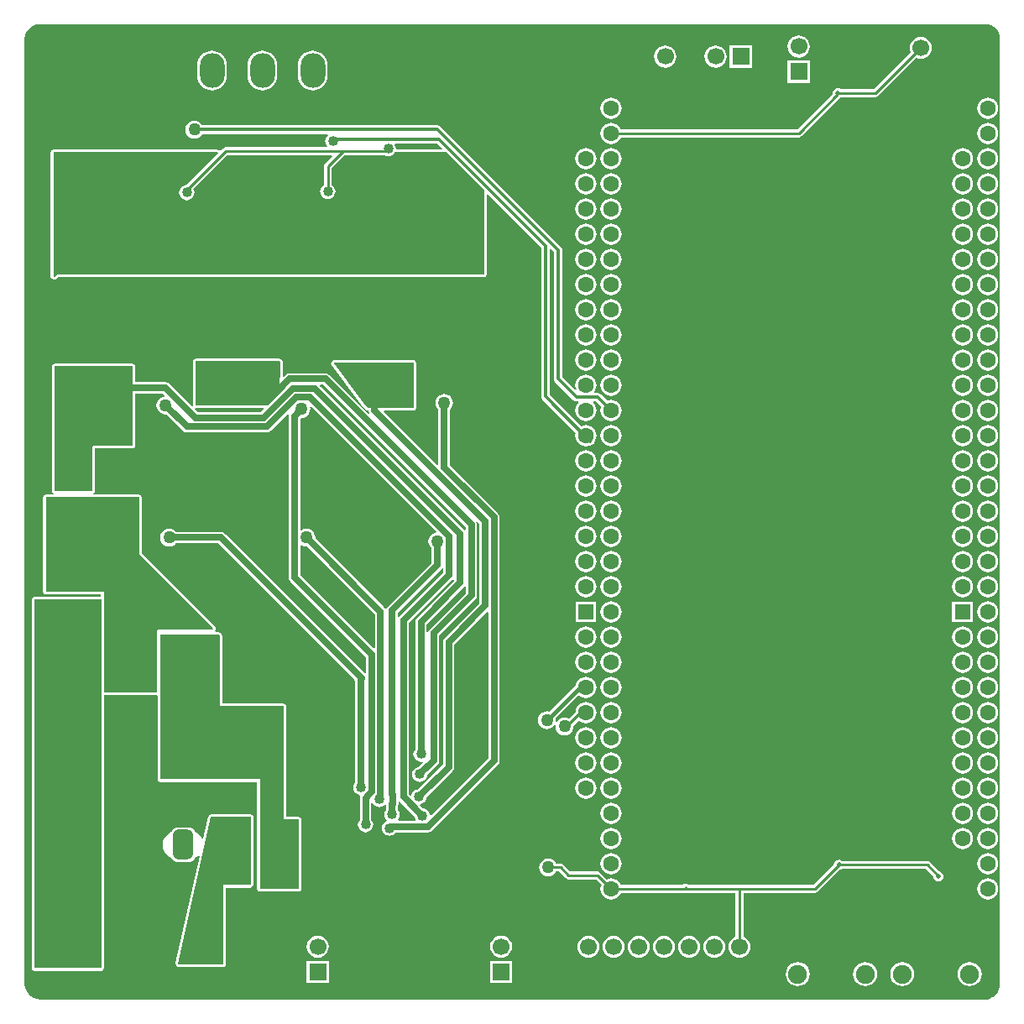
<source format=gbl>
G04*
G04 #@! TF.GenerationSoftware,Altium Limited,Altium Designer,20.0.2 (26)*
G04*
G04 Layer_Physical_Order=2*
G04 Layer_Color=16711680*
%FSLAX25Y25*%
%MOIN*%
G70*
G01*
G75*
%ADD11C,0.01000*%
%ADD65C,0.01500*%
%ADD66C,0.01300*%
%ADD67C,0.02500*%
%ADD69R,0.06299X0.06299*%
%ADD70C,0.06299*%
%ADD71R,0.06693X0.06693*%
%ADD72C,0.06693*%
%ADD73C,0.07480*%
%ADD74R,0.07480X0.07480*%
%ADD75O,0.09843X0.13780*%
%ADD76R,0.06693X0.06693*%
G04:AMPARAMS|DCode=77|XSize=78.74mil|YSize=118.11mil|CornerRadius=19.68mil|HoleSize=0mil|Usage=FLASHONLY|Rotation=180.000|XOffset=0mil|YOffset=0mil|HoleType=Round|Shape=RoundedRectangle|*
%AMROUNDEDRECTD77*
21,1,0.07874,0.07874,0,0,180.0*
21,1,0.03937,0.11811,0,0,180.0*
1,1,0.03937,-0.01968,0.03937*
1,1,0.03937,0.01968,0.03937*
1,1,0.03937,0.01968,-0.03937*
1,1,0.03937,-0.01968,-0.03937*
%
%ADD77ROUNDEDRECTD77*%
%ADD78C,0.05000*%
%ADD79C,0.04000*%
%ADD80C,0.02000*%
G36*
X167265Y480950D02*
X167494Y480951D01*
X167721Y480921D01*
X167778Y480921D01*
X168005Y480951D01*
X168235Y480951D01*
X168313Y480971D01*
X543037D01*
X544094Y480780D01*
X545100Y480402D01*
X546023Y479851D01*
X546832Y479145D01*
X547502Y478305D01*
X548012Y477359D01*
X548355Y476306D01*
X548448Y475709D01*
X548463Y475654D01*
X548467Y475597D01*
X548471Y475583D01*
X548472Y99975D01*
X548477Y99940D01*
X548473Y99905D01*
X548474Y99853D01*
X548475Y99811D01*
X548475Y99770D01*
Y99730D01*
X548475Y99689D01*
X548474Y99651D01*
X548472Y99571D01*
X548476Y99532D01*
X548471Y99493D01*
Y99255D01*
X548445Y99141D01*
X548392Y98608D01*
X548107Y97574D01*
X547648Y96605D01*
X547031Y95728D01*
X546272Y94969D01*
X545396Y94352D01*
X544426Y93893D01*
X543376Y93603D01*
X542801Y93541D01*
X542751Y93529D01*
X168006D01*
X167962Y93523D01*
X167918Y93528D01*
X167256Y93511D01*
X165951Y93737D01*
X164716Y94213D01*
X163597Y94920D01*
X162637Y95832D01*
X161874Y96914D01*
X161336Y98124D01*
X161045Y99416D01*
X161028Y100078D01*
X161016Y100153D01*
X161029Y100250D01*
Y473687D01*
X161049Y473765D01*
X161049Y473994D01*
X161079Y474222D01*
Y474278D01*
X161049Y474506D01*
X161049Y474735D01*
X161029Y474813D01*
X161029Y475137D01*
X161277Y476388D01*
X161765Y477565D01*
X162473Y478625D01*
X163375Y479527D01*
X164435Y480235D01*
X165612Y480723D01*
X166863Y480971D01*
X167187D01*
X167265Y480950D01*
D02*
G37*
%LPC*%
G36*
X468500Y476384D02*
X467365Y476235D01*
X466308Y475797D01*
X465400Y475100D01*
X464703Y474192D01*
X464265Y473135D01*
X464116Y472000D01*
X464265Y470865D01*
X464703Y469808D01*
X465400Y468900D01*
X466308Y468203D01*
X467365Y467765D01*
X468500Y467616D01*
X469635Y467765D01*
X470692Y468203D01*
X471600Y468900D01*
X472297Y469808D01*
X472735Y470865D01*
X472884Y472000D01*
X472735Y473135D01*
X472297Y474192D01*
X471600Y475100D01*
X470692Y475797D01*
X469635Y476235D01*
X468500Y476384D01*
D02*
G37*
G36*
X517000Y475884D02*
X515865Y475735D01*
X514808Y475297D01*
X513900Y474600D01*
X513203Y473692D01*
X512765Y472635D01*
X512616Y471500D01*
X512765Y470365D01*
X513040Y469703D01*
X498366Y455029D01*
X485311D01*
X484780Y455384D01*
X484000Y455539D01*
X483220Y455384D01*
X482558Y454942D01*
X482116Y454280D01*
X481961Y453500D01*
X482023Y453186D01*
X467867Y439029D01*
X397858Y439029D01*
X397625Y439593D01*
X396959Y440459D01*
X396093Y441125D01*
X395083Y441543D01*
X394000Y441685D01*
X392917Y441543D01*
X391907Y441125D01*
X391040Y440459D01*
X390375Y439593D01*
X389957Y438583D01*
X389815Y437500D01*
X389957Y436417D01*
X390375Y435407D01*
X391040Y434541D01*
X391907Y433875D01*
X392917Y433457D01*
X394000Y433315D01*
X395083Y433457D01*
X396093Y433875D01*
X396959Y434541D01*
X397625Y435407D01*
X397858Y435971D01*
X468500Y435971D01*
X469085Y436087D01*
X469581Y436419D01*
X484779Y451616D01*
X484780Y451616D01*
X485311Y451971D01*
X499000D01*
X499585Y452087D01*
X500081Y452419D01*
X515203Y467540D01*
X515865Y467265D01*
X517000Y467116D01*
X518135Y467265D01*
X519192Y467703D01*
X520100Y468400D01*
X520797Y469308D01*
X521235Y470365D01*
X521384Y471500D01*
X521235Y472635D01*
X520797Y473692D01*
X520100Y474600D01*
X519192Y475297D01*
X518135Y475735D01*
X517000Y475884D01*
D02*
G37*
G36*
X449847Y472346D02*
X441153D01*
Y463654D01*
X449847D01*
Y472346D01*
D02*
G37*
G36*
X435500Y472384D02*
X434365Y472235D01*
X433308Y471797D01*
X432400Y471100D01*
X431703Y470192D01*
X431265Y469135D01*
X431116Y468000D01*
X431265Y466865D01*
X431703Y465808D01*
X432400Y464900D01*
X433308Y464203D01*
X434365Y463765D01*
X435500Y463616D01*
X436635Y463765D01*
X437692Y464203D01*
X438600Y464900D01*
X439297Y465808D01*
X439735Y466865D01*
X439884Y468000D01*
X439735Y469135D01*
X439297Y470192D01*
X438600Y471100D01*
X437692Y471797D01*
X436635Y472235D01*
X435500Y472384D01*
D02*
G37*
G36*
X415500D02*
X414365Y472235D01*
X413308Y471797D01*
X412400Y471100D01*
X411703Y470192D01*
X411265Y469135D01*
X411116Y468000D01*
X411265Y466865D01*
X411703Y465808D01*
X412400Y464900D01*
X413308Y464203D01*
X414365Y463765D01*
X415500Y463616D01*
X416635Y463765D01*
X417692Y464203D01*
X418600Y464900D01*
X419297Y465808D01*
X419735Y466865D01*
X419884Y468000D01*
X419735Y469135D01*
X419297Y470192D01*
X418600Y471100D01*
X417692Y471797D01*
X416635Y472235D01*
X415500Y472384D01*
D02*
G37*
G36*
X472847Y466347D02*
X464153D01*
Y457654D01*
X472847D01*
Y466347D01*
D02*
G37*
G36*
X275500Y470418D02*
X274339Y470304D01*
X273223Y469966D01*
X272194Y469416D01*
X271293Y468676D01*
X270553Y467774D01*
X270003Y466745D01*
X269664Y465629D01*
X269550Y464468D01*
Y460532D01*
X269664Y459371D01*
X270003Y458255D01*
X270553Y457226D01*
X271293Y456324D01*
X272194Y455584D01*
X273223Y455034D01*
X274339Y454696D01*
X275500Y454582D01*
X276661Y454696D01*
X277777Y455034D01*
X278806Y455584D01*
X279707Y456324D01*
X280447Y457226D01*
X280997Y458255D01*
X281336Y459371D01*
X281450Y460532D01*
Y464468D01*
X281336Y465629D01*
X280997Y466745D01*
X280447Y467774D01*
X279707Y468676D01*
X278806Y469416D01*
X277777Y469966D01*
X276661Y470304D01*
X275500Y470418D01*
D02*
G37*
G36*
X255500D02*
X254339Y470304D01*
X253223Y469966D01*
X252194Y469416D01*
X251293Y468676D01*
X250553Y467774D01*
X250003Y466745D01*
X249664Y465629D01*
X249550Y464468D01*
Y460532D01*
X249664Y459371D01*
X250003Y458255D01*
X250553Y457226D01*
X251293Y456324D01*
X252194Y455584D01*
X253223Y455034D01*
X254339Y454696D01*
X255500Y454582D01*
X256661Y454696D01*
X257777Y455034D01*
X258806Y455584D01*
X259707Y456324D01*
X260447Y457226D01*
X260997Y458255D01*
X261336Y459371D01*
X261450Y460532D01*
Y464468D01*
X261336Y465629D01*
X260997Y466745D01*
X260447Y467774D01*
X259707Y468676D01*
X258806Y469416D01*
X257777Y469966D01*
X256661Y470304D01*
X255500Y470418D01*
D02*
G37*
G36*
X235500D02*
X234339Y470304D01*
X233223Y469966D01*
X232194Y469416D01*
X231293Y468676D01*
X230553Y467774D01*
X230003Y466745D01*
X229664Y465629D01*
X229550Y464468D01*
Y460532D01*
X229664Y459371D01*
X230003Y458255D01*
X230553Y457226D01*
X231293Y456324D01*
X232194Y455584D01*
X233223Y455034D01*
X234339Y454696D01*
X235500Y454582D01*
X236661Y454696D01*
X237777Y455034D01*
X238806Y455584D01*
X239707Y456324D01*
X240447Y457226D01*
X240997Y458255D01*
X241336Y459371D01*
X241450Y460532D01*
Y464468D01*
X241336Y465629D01*
X240997Y466745D01*
X240447Y467774D01*
X239707Y468676D01*
X238806Y469416D01*
X237777Y469966D01*
X236661Y470304D01*
X235500Y470418D01*
D02*
G37*
G36*
X543600Y451685D02*
X542517Y451543D01*
X541507Y451125D01*
X540640Y450459D01*
X539975Y449593D01*
X539557Y448583D01*
X539415Y447500D01*
X539557Y446417D01*
X539975Y445407D01*
X540640Y444541D01*
X541507Y443875D01*
X542517Y443457D01*
X543600Y443315D01*
X544683Y443457D01*
X545693Y443875D01*
X546559Y444541D01*
X547225Y445407D01*
X547643Y446417D01*
X547785Y447500D01*
X547643Y448583D01*
X547225Y449593D01*
X546559Y450459D01*
X545693Y451125D01*
X544683Y451543D01*
X543600Y451685D01*
D02*
G37*
G36*
X394000D02*
X392917Y451543D01*
X391907Y451125D01*
X391040Y450459D01*
X390375Y449593D01*
X389957Y448583D01*
X389815Y447500D01*
X389957Y446417D01*
X390375Y445407D01*
X391040Y444541D01*
X391907Y443875D01*
X392917Y443457D01*
X394000Y443315D01*
X395083Y443457D01*
X396093Y443875D01*
X396959Y444541D01*
X397625Y445407D01*
X398043Y446417D01*
X398185Y447500D01*
X398043Y448583D01*
X397625Y449593D01*
X396959Y450459D01*
X396093Y451125D01*
X395083Y451543D01*
X394000Y451685D01*
D02*
G37*
G36*
X543600Y441685D02*
X542517Y441543D01*
X541507Y441125D01*
X540640Y440459D01*
X539975Y439593D01*
X539557Y438583D01*
X539415Y437500D01*
X539557Y436417D01*
X539975Y435407D01*
X540640Y434541D01*
X541507Y433875D01*
X542517Y433457D01*
X543600Y433315D01*
X544683Y433457D01*
X545693Y433875D01*
X546559Y434541D01*
X547225Y435407D01*
X547643Y436417D01*
X547785Y437500D01*
X547643Y438583D01*
X547225Y439593D01*
X546559Y440459D01*
X545693Y441125D01*
X544683Y441543D01*
X543600Y441685D01*
D02*
G37*
G36*
X228500Y442530D02*
X227586Y442410D01*
X226735Y442057D01*
X226004Y441496D01*
X225443Y440765D01*
X225090Y439914D01*
X224970Y439000D01*
X225090Y438086D01*
X225443Y437235D01*
X226004Y436504D01*
X226735Y435943D01*
X227586Y435590D01*
X228500Y435470D01*
X229414Y435590D01*
X230265Y435943D01*
X230996Y436504D01*
X231557Y437235D01*
X231592Y437318D01*
X281423D01*
X281592Y436818D01*
X281360Y436640D01*
X280879Y436013D01*
X280577Y435283D01*
X280474Y434500D01*
X280577Y433717D01*
X280879Y432987D01*
X281231Y432529D01*
X281010Y432029D01*
X241000D01*
X240415Y431913D01*
X239919Y431581D01*
X239027Y430690D01*
X238405Y430721D01*
X238074Y430942D01*
X237684Y431020D01*
X172500D01*
X172110Y430942D01*
X171779Y430721D01*
X171558Y430390D01*
X171480Y430000D01*
Y380653D01*
X171558Y380263D01*
X171779Y379932D01*
X172110Y379711D01*
X172110Y379711D01*
X172572Y379520D01*
X172572Y379520D01*
X172962Y379442D01*
X173352Y379520D01*
X173683Y379741D01*
X174422Y380480D01*
X343500D01*
X343890Y380558D01*
X344221Y380779D01*
X344442Y381110D01*
X344520Y381500D01*
Y413326D01*
X344982Y413518D01*
X366318Y392181D01*
Y333000D01*
X366446Y332356D01*
X366810Y331810D01*
X379981Y318640D01*
X379957Y318583D01*
X379815Y317500D01*
X379957Y316417D01*
X380375Y315407D01*
X381041Y314541D01*
X381907Y313875D01*
X382917Y313457D01*
X384000Y313315D01*
X385083Y313457D01*
X385480Y313621D01*
X385750Y313568D01*
X386394Y313696D01*
X386940Y314060D01*
X387304Y314606D01*
X387407Y315124D01*
X387625Y315407D01*
X388043Y316417D01*
X388185Y317500D01*
X388043Y318583D01*
X387625Y319593D01*
X386960Y320460D01*
X386093Y321125D01*
X385083Y321543D01*
X384000Y321685D01*
X382917Y321543D01*
X382153Y321226D01*
X369682Y333697D01*
Y391416D01*
X370144Y391608D01*
X371318Y390434D01*
Y340000D01*
X371446Y339356D01*
X371810Y338810D01*
X379110Y331511D01*
X379656Y331146D01*
X380300Y331018D01*
X380300Y331018D01*
X380991D01*
X381151Y330545D01*
X381041Y330459D01*
X380375Y329593D01*
X379957Y328583D01*
X379815Y327500D01*
X379957Y326417D01*
X380375Y325407D01*
X381041Y324540D01*
X381907Y323875D01*
X382917Y323457D01*
X384000Y323315D01*
X385083Y323457D01*
X386093Y323875D01*
X386960Y324540D01*
X387625Y325407D01*
X388043Y326417D01*
X388185Y327500D01*
X388043Y328583D01*
X387625Y329593D01*
X386960Y330459D01*
X386849Y330545D01*
X387009Y331018D01*
X388103D01*
X390127Y328994D01*
X389957Y328583D01*
X389815Y327500D01*
X389957Y326417D01*
X390375Y325407D01*
X391040Y324540D01*
X391907Y323875D01*
X392917Y323457D01*
X394000Y323315D01*
X395083Y323457D01*
X396093Y323875D01*
X396959Y324540D01*
X397625Y325407D01*
X398043Y326417D01*
X398185Y327500D01*
X398043Y328583D01*
X397625Y329593D01*
X396959Y330459D01*
X396093Y331125D01*
X395083Y331543D01*
X394000Y331685D01*
X392917Y331543D01*
X392506Y331373D01*
X389989Y333890D01*
X389443Y334255D01*
X388800Y334383D01*
X387469D01*
X387222Y334883D01*
X387625Y335407D01*
X388043Y336417D01*
X388185Y337500D01*
X388043Y338583D01*
X387625Y339593D01*
X386960Y340459D01*
X386093Y341125D01*
X385083Y341543D01*
X384000Y341685D01*
X382917Y341543D01*
X381907Y341125D01*
X381041Y340459D01*
X380375Y339593D01*
X379957Y338583D01*
X379815Y337500D01*
X379957Y336417D01*
X380161Y335926D01*
X379737Y335643D01*
X374682Y340697D01*
Y391131D01*
X374554Y391775D01*
X374190Y392321D01*
X326321Y440190D01*
X325775Y440554D01*
X325131Y440682D01*
X231592D01*
X231557Y440765D01*
X230996Y441496D01*
X230265Y442057D01*
X229414Y442410D01*
X228500Y442530D01*
D02*
G37*
G36*
X543600Y431685D02*
X542517Y431543D01*
X541507Y431125D01*
X540640Y430459D01*
X539975Y429593D01*
X539557Y428583D01*
X539415Y427500D01*
X539557Y426417D01*
X539975Y425407D01*
X540640Y424541D01*
X541507Y423875D01*
X542517Y423457D01*
X543600Y423315D01*
X544683Y423457D01*
X545693Y423875D01*
X546559Y424541D01*
X547225Y425407D01*
X547643Y426417D01*
X547785Y427500D01*
X547643Y428583D01*
X547225Y429593D01*
X546559Y430459D01*
X545693Y431125D01*
X544683Y431543D01*
X543600Y431685D01*
D02*
G37*
G36*
X533600D02*
X532517Y431543D01*
X531507Y431125D01*
X530641Y430459D01*
X529975Y429593D01*
X529557Y428583D01*
X529415Y427500D01*
X529557Y426417D01*
X529975Y425407D01*
X530641Y424541D01*
X531507Y423875D01*
X532517Y423457D01*
X533600Y423315D01*
X534683Y423457D01*
X535693Y423875D01*
X536559Y424541D01*
X537225Y425407D01*
X537643Y426417D01*
X537785Y427500D01*
X537643Y428583D01*
X537225Y429593D01*
X536559Y430459D01*
X535693Y431125D01*
X534683Y431543D01*
X533600Y431685D01*
D02*
G37*
G36*
X394000D02*
X392917Y431543D01*
X391907Y431125D01*
X391040Y430459D01*
X390375Y429593D01*
X389957Y428583D01*
X389815Y427500D01*
X389957Y426417D01*
X390375Y425407D01*
X391040Y424541D01*
X391907Y423875D01*
X392917Y423457D01*
X394000Y423315D01*
X395083Y423457D01*
X396093Y423875D01*
X396959Y424541D01*
X397625Y425407D01*
X398043Y426417D01*
X398185Y427500D01*
X398043Y428583D01*
X397625Y429593D01*
X396959Y430459D01*
X396093Y431125D01*
X395083Y431543D01*
X394000Y431685D01*
D02*
G37*
G36*
X384000D02*
X382917Y431543D01*
X381907Y431125D01*
X381041Y430459D01*
X380375Y429593D01*
X379957Y428583D01*
X379815Y427500D01*
X379957Y426417D01*
X380375Y425407D01*
X381041Y424541D01*
X381907Y423875D01*
X382917Y423457D01*
X384000Y423315D01*
X385083Y423457D01*
X386093Y423875D01*
X386960Y424541D01*
X387625Y425407D01*
X388043Y426417D01*
X388185Y427500D01*
X388043Y428583D01*
X387625Y429593D01*
X386960Y430459D01*
X386093Y431125D01*
X385083Y431543D01*
X384000Y431685D01*
D02*
G37*
G36*
X543600Y421685D02*
X542517Y421543D01*
X541507Y421125D01*
X540640Y420460D01*
X539975Y419593D01*
X539557Y418583D01*
X539415Y417500D01*
X539557Y416417D01*
X539975Y415407D01*
X540640Y414540D01*
X541507Y413875D01*
X542517Y413457D01*
X543600Y413315D01*
X544683Y413457D01*
X545693Y413875D01*
X546559Y414540D01*
X547225Y415407D01*
X547643Y416417D01*
X547785Y417500D01*
X547643Y418583D01*
X547225Y419593D01*
X546559Y420460D01*
X545693Y421125D01*
X544683Y421543D01*
X543600Y421685D01*
D02*
G37*
G36*
X533600D02*
X532517Y421543D01*
X531507Y421125D01*
X530641Y420460D01*
X529975Y419593D01*
X529557Y418583D01*
X529415Y417500D01*
X529557Y416417D01*
X529975Y415407D01*
X530641Y414540D01*
X531507Y413875D01*
X532517Y413457D01*
X533600Y413315D01*
X534683Y413457D01*
X535693Y413875D01*
X536559Y414540D01*
X537225Y415407D01*
X537643Y416417D01*
X537785Y417500D01*
X537643Y418583D01*
X537225Y419593D01*
X536559Y420460D01*
X535693Y421125D01*
X534683Y421543D01*
X533600Y421685D01*
D02*
G37*
G36*
X394000D02*
X392917Y421543D01*
X391907Y421125D01*
X391040Y420460D01*
X390375Y419593D01*
X389957Y418583D01*
X389815Y417500D01*
X389957Y416417D01*
X390375Y415407D01*
X391040Y414540D01*
X391907Y413875D01*
X392917Y413457D01*
X394000Y413315D01*
X395083Y413457D01*
X396093Y413875D01*
X396959Y414540D01*
X397625Y415407D01*
X398043Y416417D01*
X398185Y417500D01*
X398043Y418583D01*
X397625Y419593D01*
X396959Y420460D01*
X396093Y421125D01*
X395083Y421543D01*
X394000Y421685D01*
D02*
G37*
G36*
X384000D02*
X382917Y421543D01*
X381907Y421125D01*
X381041Y420460D01*
X380375Y419593D01*
X379957Y418583D01*
X379815Y417500D01*
X379957Y416417D01*
X380375Y415407D01*
X381041Y414540D01*
X381907Y413875D01*
X382917Y413457D01*
X384000Y413315D01*
X385083Y413457D01*
X386093Y413875D01*
X386960Y414540D01*
X387625Y415407D01*
X388043Y416417D01*
X388185Y417500D01*
X388043Y418583D01*
X387625Y419593D01*
X386960Y420460D01*
X386093Y421125D01*
X385083Y421543D01*
X384000Y421685D01*
D02*
G37*
G36*
X543600Y411685D02*
X542517Y411543D01*
X541507Y411125D01*
X540640Y410460D01*
X539975Y409593D01*
X539557Y408583D01*
X539415Y407500D01*
X539557Y406417D01*
X539975Y405407D01*
X540640Y404540D01*
X541507Y403875D01*
X542517Y403457D01*
X543600Y403315D01*
X544683Y403457D01*
X545693Y403875D01*
X546559Y404540D01*
X547225Y405407D01*
X547643Y406417D01*
X547785Y407500D01*
X547643Y408583D01*
X547225Y409593D01*
X546559Y410460D01*
X545693Y411125D01*
X544683Y411543D01*
X543600Y411685D01*
D02*
G37*
G36*
X533600D02*
X532517Y411543D01*
X531507Y411125D01*
X530641Y410460D01*
X529975Y409593D01*
X529557Y408583D01*
X529415Y407500D01*
X529557Y406417D01*
X529975Y405407D01*
X530641Y404540D01*
X531507Y403875D01*
X532517Y403457D01*
X533600Y403315D01*
X534683Y403457D01*
X535693Y403875D01*
X536559Y404540D01*
X537225Y405407D01*
X537643Y406417D01*
X537785Y407500D01*
X537643Y408583D01*
X537225Y409593D01*
X536559Y410460D01*
X535693Y411125D01*
X534683Y411543D01*
X533600Y411685D01*
D02*
G37*
G36*
X394000D02*
X392917Y411543D01*
X391907Y411125D01*
X391040Y410460D01*
X390375Y409593D01*
X389957Y408583D01*
X389815Y407500D01*
X389957Y406417D01*
X390375Y405407D01*
X391040Y404540D01*
X391907Y403875D01*
X392917Y403457D01*
X394000Y403315D01*
X395083Y403457D01*
X396093Y403875D01*
X396959Y404540D01*
X397625Y405407D01*
X398043Y406417D01*
X398185Y407500D01*
X398043Y408583D01*
X397625Y409593D01*
X396959Y410460D01*
X396093Y411125D01*
X395083Y411543D01*
X394000Y411685D01*
D02*
G37*
G36*
X384000D02*
X382917Y411543D01*
X381907Y411125D01*
X381041Y410460D01*
X380375Y409593D01*
X379957Y408583D01*
X379815Y407500D01*
X379957Y406417D01*
X380375Y405407D01*
X381041Y404540D01*
X381907Y403875D01*
X382917Y403457D01*
X384000Y403315D01*
X385083Y403457D01*
X386093Y403875D01*
X386960Y404540D01*
X387625Y405407D01*
X388043Y406417D01*
X388185Y407500D01*
X388043Y408583D01*
X387625Y409593D01*
X386960Y410460D01*
X386093Y411125D01*
X385083Y411543D01*
X384000Y411685D01*
D02*
G37*
G36*
X543600Y401685D02*
X542517Y401543D01*
X541507Y401125D01*
X540640Y400459D01*
X539975Y399593D01*
X539557Y398583D01*
X539415Y397500D01*
X539557Y396417D01*
X539975Y395407D01*
X540640Y394541D01*
X541507Y393875D01*
X542517Y393457D01*
X543600Y393315D01*
X544683Y393457D01*
X545693Y393875D01*
X546559Y394541D01*
X547225Y395407D01*
X547643Y396417D01*
X547785Y397500D01*
X547643Y398583D01*
X547225Y399593D01*
X546559Y400459D01*
X545693Y401125D01*
X544683Y401543D01*
X543600Y401685D01*
D02*
G37*
G36*
X533600D02*
X532517Y401543D01*
X531507Y401125D01*
X530641Y400459D01*
X529975Y399593D01*
X529557Y398583D01*
X529415Y397500D01*
X529557Y396417D01*
X529975Y395407D01*
X530641Y394541D01*
X531507Y393875D01*
X532517Y393457D01*
X533600Y393315D01*
X534683Y393457D01*
X535693Y393875D01*
X536559Y394541D01*
X537225Y395407D01*
X537643Y396417D01*
X537785Y397500D01*
X537643Y398583D01*
X537225Y399593D01*
X536559Y400459D01*
X535693Y401125D01*
X534683Y401543D01*
X533600Y401685D01*
D02*
G37*
G36*
X394000D02*
X392917Y401543D01*
X391907Y401125D01*
X391040Y400459D01*
X390375Y399593D01*
X389957Y398583D01*
X389815Y397500D01*
X389957Y396417D01*
X390375Y395407D01*
X391040Y394541D01*
X391907Y393875D01*
X392917Y393457D01*
X394000Y393315D01*
X395083Y393457D01*
X396093Y393875D01*
X396959Y394541D01*
X397625Y395407D01*
X398043Y396417D01*
X398185Y397500D01*
X398043Y398583D01*
X397625Y399593D01*
X396959Y400459D01*
X396093Y401125D01*
X395083Y401543D01*
X394000Y401685D01*
D02*
G37*
G36*
X384000D02*
X382917Y401543D01*
X381907Y401125D01*
X381041Y400459D01*
X380375Y399593D01*
X379957Y398583D01*
X379815Y397500D01*
X379957Y396417D01*
X380375Y395407D01*
X381041Y394541D01*
X381907Y393875D01*
X382917Y393457D01*
X384000Y393315D01*
X385083Y393457D01*
X386093Y393875D01*
X386960Y394541D01*
X387625Y395407D01*
X388043Y396417D01*
X388185Y397500D01*
X388043Y398583D01*
X387625Y399593D01*
X386960Y400459D01*
X386093Y401125D01*
X385083Y401543D01*
X384000Y401685D01*
D02*
G37*
G36*
X543600Y391685D02*
X542517Y391543D01*
X541507Y391125D01*
X540640Y390459D01*
X539975Y389593D01*
X539557Y388583D01*
X539415Y387500D01*
X539557Y386417D01*
X539975Y385407D01*
X540640Y384541D01*
X541507Y383875D01*
X542517Y383457D01*
X543600Y383315D01*
X544683Y383457D01*
X545693Y383875D01*
X546559Y384541D01*
X547225Y385407D01*
X547643Y386417D01*
X547785Y387500D01*
X547643Y388583D01*
X547225Y389593D01*
X546559Y390459D01*
X545693Y391125D01*
X544683Y391543D01*
X543600Y391685D01*
D02*
G37*
G36*
X533600D02*
X532517Y391543D01*
X531507Y391125D01*
X530641Y390459D01*
X529975Y389593D01*
X529557Y388583D01*
X529415Y387500D01*
X529557Y386417D01*
X529975Y385407D01*
X530641Y384541D01*
X531507Y383875D01*
X532517Y383457D01*
X533600Y383315D01*
X534683Y383457D01*
X535693Y383875D01*
X536559Y384541D01*
X537225Y385407D01*
X537643Y386417D01*
X537785Y387500D01*
X537643Y388583D01*
X537225Y389593D01*
X536559Y390459D01*
X535693Y391125D01*
X534683Y391543D01*
X533600Y391685D01*
D02*
G37*
G36*
X394000D02*
X392917Y391543D01*
X391907Y391125D01*
X391040Y390459D01*
X390375Y389593D01*
X389957Y388583D01*
X389815Y387500D01*
X389957Y386417D01*
X390375Y385407D01*
X391040Y384541D01*
X391907Y383875D01*
X392917Y383457D01*
X394000Y383315D01*
X395083Y383457D01*
X396093Y383875D01*
X396959Y384541D01*
X397625Y385407D01*
X398043Y386417D01*
X398185Y387500D01*
X398043Y388583D01*
X397625Y389593D01*
X396959Y390459D01*
X396093Y391125D01*
X395083Y391543D01*
X394000Y391685D01*
D02*
G37*
G36*
X384000D02*
X382917Y391543D01*
X381907Y391125D01*
X381041Y390459D01*
X380375Y389593D01*
X379957Y388583D01*
X379815Y387500D01*
X379957Y386417D01*
X380375Y385407D01*
X381041Y384541D01*
X381907Y383875D01*
X382917Y383457D01*
X384000Y383315D01*
X385083Y383457D01*
X386093Y383875D01*
X386960Y384541D01*
X387625Y385407D01*
X388043Y386417D01*
X388185Y387500D01*
X388043Y388583D01*
X387625Y389593D01*
X386960Y390459D01*
X386093Y391125D01*
X385083Y391543D01*
X384000Y391685D01*
D02*
G37*
G36*
X543600Y381685D02*
X542517Y381543D01*
X541507Y381125D01*
X540640Y380459D01*
X539975Y379593D01*
X539557Y378583D01*
X539415Y377500D01*
X539557Y376417D01*
X539975Y375407D01*
X540640Y374540D01*
X541507Y373875D01*
X542517Y373457D01*
X543600Y373315D01*
X544683Y373457D01*
X545693Y373875D01*
X546559Y374540D01*
X547225Y375407D01*
X547643Y376417D01*
X547785Y377500D01*
X547643Y378583D01*
X547225Y379593D01*
X546559Y380459D01*
X545693Y381125D01*
X544683Y381543D01*
X543600Y381685D01*
D02*
G37*
G36*
X533600D02*
X532517Y381543D01*
X531507Y381125D01*
X530641Y380459D01*
X529975Y379593D01*
X529557Y378583D01*
X529415Y377500D01*
X529557Y376417D01*
X529975Y375407D01*
X530641Y374540D01*
X531507Y373875D01*
X532517Y373457D01*
X533600Y373315D01*
X534683Y373457D01*
X535693Y373875D01*
X536559Y374540D01*
X537225Y375407D01*
X537643Y376417D01*
X537785Y377500D01*
X537643Y378583D01*
X537225Y379593D01*
X536559Y380459D01*
X535693Y381125D01*
X534683Y381543D01*
X533600Y381685D01*
D02*
G37*
G36*
X394000D02*
X392917Y381543D01*
X391907Y381125D01*
X391040Y380459D01*
X390375Y379593D01*
X389957Y378583D01*
X389815Y377500D01*
X389957Y376417D01*
X390375Y375407D01*
X391040Y374540D01*
X391907Y373875D01*
X392917Y373457D01*
X394000Y373315D01*
X395083Y373457D01*
X396093Y373875D01*
X396959Y374540D01*
X397625Y375407D01*
X398043Y376417D01*
X398185Y377500D01*
X398043Y378583D01*
X397625Y379593D01*
X396959Y380459D01*
X396093Y381125D01*
X395083Y381543D01*
X394000Y381685D01*
D02*
G37*
G36*
X384000D02*
X382917Y381543D01*
X381907Y381125D01*
X381041Y380459D01*
X380375Y379593D01*
X379957Y378583D01*
X379815Y377500D01*
X379957Y376417D01*
X380375Y375407D01*
X381041Y374540D01*
X381907Y373875D01*
X382917Y373457D01*
X384000Y373315D01*
X385083Y373457D01*
X386093Y373875D01*
X386960Y374540D01*
X387625Y375407D01*
X388043Y376417D01*
X388185Y377500D01*
X388043Y378583D01*
X387625Y379593D01*
X386960Y380459D01*
X386093Y381125D01*
X385083Y381543D01*
X384000Y381685D01*
D02*
G37*
G36*
X543600Y371685D02*
X542517Y371543D01*
X541507Y371125D01*
X540640Y370460D01*
X539975Y369593D01*
X539557Y368583D01*
X539415Y367500D01*
X539557Y366417D01*
X539975Y365407D01*
X540640Y364541D01*
X541507Y363875D01*
X542517Y363457D01*
X543600Y363315D01*
X544683Y363457D01*
X545693Y363875D01*
X546559Y364541D01*
X547225Y365407D01*
X547643Y366417D01*
X547785Y367500D01*
X547643Y368583D01*
X547225Y369593D01*
X546559Y370460D01*
X545693Y371125D01*
X544683Y371543D01*
X543600Y371685D01*
D02*
G37*
G36*
X533600D02*
X532517Y371543D01*
X531507Y371125D01*
X530641Y370460D01*
X529975Y369593D01*
X529557Y368583D01*
X529415Y367500D01*
X529557Y366417D01*
X529975Y365407D01*
X530641Y364541D01*
X531507Y363875D01*
X532517Y363457D01*
X533600Y363315D01*
X534683Y363457D01*
X535693Y363875D01*
X536559Y364541D01*
X537225Y365407D01*
X537643Y366417D01*
X537785Y367500D01*
X537643Y368583D01*
X537225Y369593D01*
X536559Y370460D01*
X535693Y371125D01*
X534683Y371543D01*
X533600Y371685D01*
D02*
G37*
G36*
X394000D02*
X392917Y371543D01*
X391907Y371125D01*
X391040Y370460D01*
X390375Y369593D01*
X389957Y368583D01*
X389815Y367500D01*
X389957Y366417D01*
X390375Y365407D01*
X391040Y364541D01*
X391907Y363875D01*
X392917Y363457D01*
X394000Y363315D01*
X395083Y363457D01*
X396093Y363875D01*
X396959Y364541D01*
X397625Y365407D01*
X398043Y366417D01*
X398185Y367500D01*
X398043Y368583D01*
X397625Y369593D01*
X396959Y370460D01*
X396093Y371125D01*
X395083Y371543D01*
X394000Y371685D01*
D02*
G37*
G36*
X384000D02*
X382917Y371543D01*
X381907Y371125D01*
X381041Y370460D01*
X380375Y369593D01*
X379957Y368583D01*
X379815Y367500D01*
X379957Y366417D01*
X380375Y365407D01*
X381041Y364541D01*
X381907Y363875D01*
X382917Y363457D01*
X384000Y363315D01*
X385083Y363457D01*
X386093Y363875D01*
X386960Y364541D01*
X387625Y365407D01*
X388043Y366417D01*
X388185Y367500D01*
X388043Y368583D01*
X387625Y369593D01*
X386960Y370460D01*
X386093Y371125D01*
X385083Y371543D01*
X384000Y371685D01*
D02*
G37*
G36*
X543600Y361685D02*
X542517Y361543D01*
X541507Y361125D01*
X540640Y360459D01*
X539975Y359593D01*
X539557Y358583D01*
X539415Y357500D01*
X539557Y356417D01*
X539975Y355407D01*
X540640Y354540D01*
X541507Y353875D01*
X542517Y353457D01*
X543600Y353315D01*
X544683Y353457D01*
X545693Y353875D01*
X546559Y354540D01*
X547225Y355407D01*
X547643Y356417D01*
X547785Y357500D01*
X547643Y358583D01*
X547225Y359593D01*
X546559Y360459D01*
X545693Y361125D01*
X544683Y361543D01*
X543600Y361685D01*
D02*
G37*
G36*
X533600D02*
X532517Y361543D01*
X531507Y361125D01*
X530641Y360459D01*
X529975Y359593D01*
X529557Y358583D01*
X529415Y357500D01*
X529557Y356417D01*
X529975Y355407D01*
X530641Y354540D01*
X531507Y353875D01*
X532517Y353457D01*
X533600Y353315D01*
X534683Y353457D01*
X535693Y353875D01*
X536559Y354540D01*
X537225Y355407D01*
X537643Y356417D01*
X537785Y357500D01*
X537643Y358583D01*
X537225Y359593D01*
X536559Y360459D01*
X535693Y361125D01*
X534683Y361543D01*
X533600Y361685D01*
D02*
G37*
G36*
X394000D02*
X392917Y361543D01*
X391907Y361125D01*
X391040Y360459D01*
X390375Y359593D01*
X389957Y358583D01*
X389815Y357500D01*
X389957Y356417D01*
X390375Y355407D01*
X391040Y354540D01*
X391907Y353875D01*
X392917Y353457D01*
X394000Y353315D01*
X395083Y353457D01*
X396093Y353875D01*
X396959Y354540D01*
X397625Y355407D01*
X398043Y356417D01*
X398185Y357500D01*
X398043Y358583D01*
X397625Y359593D01*
X396959Y360459D01*
X396093Y361125D01*
X395083Y361543D01*
X394000Y361685D01*
D02*
G37*
G36*
X384000D02*
X382917Y361543D01*
X381907Y361125D01*
X381041Y360459D01*
X380375Y359593D01*
X379957Y358583D01*
X379815Y357500D01*
X379957Y356417D01*
X380375Y355407D01*
X381041Y354540D01*
X381907Y353875D01*
X382917Y353457D01*
X384000Y353315D01*
X385083Y353457D01*
X386093Y353875D01*
X386960Y354540D01*
X387625Y355407D01*
X388043Y356417D01*
X388185Y357500D01*
X388043Y358583D01*
X387625Y359593D01*
X386960Y360459D01*
X386093Y361125D01*
X385083Y361543D01*
X384000Y361685D01*
D02*
G37*
G36*
X543600Y351685D02*
X542517Y351543D01*
X541507Y351125D01*
X540640Y350460D01*
X539975Y349593D01*
X539557Y348583D01*
X539415Y347500D01*
X539557Y346417D01*
X539975Y345407D01*
X540640Y344541D01*
X541507Y343875D01*
X542517Y343457D01*
X543600Y343315D01*
X544683Y343457D01*
X545693Y343875D01*
X546559Y344541D01*
X547225Y345407D01*
X547643Y346417D01*
X547785Y347500D01*
X547643Y348583D01*
X547225Y349593D01*
X546559Y350460D01*
X545693Y351125D01*
X544683Y351543D01*
X543600Y351685D01*
D02*
G37*
G36*
X533600D02*
X532517Y351543D01*
X531507Y351125D01*
X530641Y350460D01*
X529975Y349593D01*
X529557Y348583D01*
X529415Y347500D01*
X529557Y346417D01*
X529975Y345407D01*
X530641Y344541D01*
X531507Y343875D01*
X532517Y343457D01*
X533600Y343315D01*
X534683Y343457D01*
X535693Y343875D01*
X536559Y344541D01*
X537225Y345407D01*
X537643Y346417D01*
X537785Y347500D01*
X537643Y348583D01*
X537225Y349593D01*
X536559Y350460D01*
X535693Y351125D01*
X534683Y351543D01*
X533600Y351685D01*
D02*
G37*
G36*
X394000D02*
X392917Y351543D01*
X391907Y351125D01*
X391040Y350460D01*
X390375Y349593D01*
X389957Y348583D01*
X389815Y347500D01*
X389957Y346417D01*
X390375Y345407D01*
X391040Y344541D01*
X391907Y343875D01*
X392917Y343457D01*
X394000Y343315D01*
X395083Y343457D01*
X396093Y343875D01*
X396959Y344541D01*
X397625Y345407D01*
X398043Y346417D01*
X398185Y347500D01*
X398043Y348583D01*
X397625Y349593D01*
X396959Y350460D01*
X396093Y351125D01*
X395083Y351543D01*
X394000Y351685D01*
D02*
G37*
G36*
X384000D02*
X382917Y351543D01*
X381907Y351125D01*
X381041Y350460D01*
X380375Y349593D01*
X379957Y348583D01*
X379815Y347500D01*
X379957Y346417D01*
X380375Y345407D01*
X381041Y344541D01*
X381907Y343875D01*
X382917Y343457D01*
X384000Y343315D01*
X385083Y343457D01*
X386093Y343875D01*
X386960Y344541D01*
X387625Y345407D01*
X388043Y346417D01*
X388185Y347500D01*
X388043Y348583D01*
X387625Y349593D01*
X386960Y350460D01*
X386093Y351125D01*
X385083Y351543D01*
X384000Y351685D01*
D02*
G37*
G36*
X543600Y341685D02*
X542517Y341543D01*
X541507Y341125D01*
X540640Y340459D01*
X539975Y339593D01*
X539557Y338583D01*
X539415Y337500D01*
X539557Y336417D01*
X539975Y335407D01*
X540640Y334541D01*
X541507Y333875D01*
X542517Y333457D01*
X543600Y333315D01*
X544683Y333457D01*
X545693Y333875D01*
X546559Y334541D01*
X547225Y335407D01*
X547643Y336417D01*
X547785Y337500D01*
X547643Y338583D01*
X547225Y339593D01*
X546559Y340459D01*
X545693Y341125D01*
X544683Y341543D01*
X543600Y341685D01*
D02*
G37*
G36*
X533600D02*
X532517Y341543D01*
X531507Y341125D01*
X530641Y340459D01*
X529975Y339593D01*
X529557Y338583D01*
X529415Y337500D01*
X529557Y336417D01*
X529975Y335407D01*
X530641Y334541D01*
X531507Y333875D01*
X532517Y333457D01*
X533600Y333315D01*
X534683Y333457D01*
X535693Y333875D01*
X536559Y334541D01*
X537225Y335407D01*
X537643Y336417D01*
X537785Y337500D01*
X537643Y338583D01*
X537225Y339593D01*
X536559Y340459D01*
X535693Y341125D01*
X534683Y341543D01*
X533600Y341685D01*
D02*
G37*
G36*
X394000D02*
X392917Y341543D01*
X391907Y341125D01*
X391040Y340459D01*
X390375Y339593D01*
X389957Y338583D01*
X389815Y337500D01*
X389957Y336417D01*
X390375Y335407D01*
X391040Y334541D01*
X391907Y333875D01*
X392917Y333457D01*
X394000Y333315D01*
X395083Y333457D01*
X396093Y333875D01*
X396959Y334541D01*
X397625Y335407D01*
X398043Y336417D01*
X398185Y337500D01*
X398043Y338583D01*
X397625Y339593D01*
X396959Y340459D01*
X396093Y341125D01*
X395083Y341543D01*
X394000Y341685D01*
D02*
G37*
G36*
X229000Y348020D02*
X228610Y347942D01*
X228279Y347721D01*
X228058Y347390D01*
X227980Y347000D01*
Y329500D01*
X227988Y329464D01*
X227527Y329218D01*
X218622Y338122D01*
X217878Y338619D01*
X217000Y338794D01*
X205020D01*
Y345000D01*
X204942Y345390D01*
X204721Y345721D01*
X204390Y345942D01*
X204000Y346020D01*
X173000Y346020D01*
X172610Y345942D01*
X172279Y345721D01*
X172058Y345390D01*
X171980Y345000D01*
Y295500D01*
X172058Y295110D01*
X172279Y294779D01*
X172610Y294558D01*
X172803Y294520D01*
X172754Y294020D01*
X169500D01*
X169110Y293942D01*
X168779Y293721D01*
X168558Y293390D01*
X168480Y293000D01*
Y255500D01*
X168558Y255110D01*
X168779Y254779D01*
X169110Y254558D01*
X169500Y254480D01*
X191480D01*
Y253520D01*
X165024D01*
X164634Y253442D01*
X164303Y253221D01*
X164082Y252890D01*
X164005Y252500D01*
Y106000D01*
X164082Y105610D01*
X164303Y105279D01*
X164634Y105058D01*
X165024Y104980D01*
X191500D01*
X191890Y105058D01*
X192221Y105279D01*
X192442Y105610D01*
X192520Y106000D01*
Y214480D01*
X213500D01*
X213980Y214066D01*
Y181000D01*
X214058Y180610D01*
X214279Y180279D01*
X214610Y180058D01*
X215000Y179980D01*
X253480D01*
X253480Y165000D01*
Y137500D01*
X253558Y137110D01*
X253779Y136779D01*
X254110Y136558D01*
X254500Y136480D01*
X270000D01*
X270390Y136558D01*
X270721Y136779D01*
X270942Y137110D01*
X271020Y137500D01*
Y165000D01*
X270942Y165390D01*
X270721Y165721D01*
X270390Y165942D01*
X270000Y166020D01*
X265020D01*
X265020Y210000D01*
X264942Y210390D01*
X264721Y210721D01*
X264390Y210942D01*
X264000Y211020D01*
X254500Y211020D01*
X254500Y211020D01*
X239520D01*
Y238000D01*
X239442Y238390D01*
X239221Y238721D01*
X238721Y239221D01*
X238390Y239442D01*
X238000Y239520D01*
X236996D01*
X236728Y240020D01*
X236789Y240110D01*
X236789Y240110D01*
X236980Y240572D01*
X236980Y240572D01*
X237058Y240962D01*
X236980Y241352D01*
X236759Y241683D01*
X207520Y270922D01*
Y293000D01*
X207442Y293390D01*
X207221Y293721D01*
X206890Y293942D01*
X206500Y294020D01*
X188246D01*
X188197Y294520D01*
X188390Y294558D01*
X188721Y294779D01*
X188942Y295110D01*
X189020Y295500D01*
Y312480D01*
X204000D01*
X204390Y312558D01*
X204721Y312779D01*
X204942Y313110D01*
X205020Y313500D01*
X205020Y334206D01*
X216050D01*
X216754Y333502D01*
X216574Y332974D01*
X216086Y332910D01*
X215235Y332557D01*
X214504Y331996D01*
X213943Y331265D01*
X213590Y330414D01*
X213470Y329500D01*
X213590Y328586D01*
X213943Y327735D01*
X214504Y327004D01*
X215235Y326443D01*
X216086Y326090D01*
X217000Y325970D01*
X217253Y326003D01*
X223878Y319378D01*
X224622Y318881D01*
X225500Y318706D01*
X257282D01*
X258160Y318881D01*
X258905Y319378D01*
X265612Y326085D01*
X266073Y325839D01*
X265956Y325250D01*
Y261250D01*
X266130Y260372D01*
X266628Y259628D01*
X296695Y229560D01*
Y223256D01*
X296196Y223049D01*
X240622Y278622D01*
X239878Y279119D01*
X239000Y279294D01*
X221151D01*
X220996Y279496D01*
X220265Y280057D01*
X219414Y280410D01*
X218500Y280530D01*
X217586Y280410D01*
X216735Y280057D01*
X216004Y279496D01*
X215443Y278765D01*
X215090Y277914D01*
X214970Y277000D01*
X215090Y276086D01*
X215443Y275235D01*
X216004Y274504D01*
X216735Y273943D01*
X217586Y273590D01*
X218500Y273470D01*
X219414Y273590D01*
X220265Y273943D01*
X220996Y274504D01*
X221151Y274706D01*
X238050D01*
X292445Y220310D01*
Y179699D01*
X292119Y179273D01*
X291817Y178544D01*
X291714Y177760D01*
X291817Y176977D01*
X292119Y176247D01*
X292600Y175621D01*
X293227Y175140D01*
X293956Y174838D01*
X294146Y174813D01*
X294359Y174280D01*
X294206Y173510D01*
Y164938D01*
X293880Y164513D01*
X293577Y163783D01*
X293474Y163000D01*
X293577Y162217D01*
X293880Y161487D01*
X294360Y160860D01*
X294987Y160380D01*
X295717Y160077D01*
X296500Y159974D01*
X297283Y160077D01*
X298013Y160380D01*
X298640Y160860D01*
X299120Y161487D01*
X299423Y162217D01*
X299526Y163000D01*
X299423Y163783D01*
X299120Y164513D01*
X298794Y164938D01*
Y171594D01*
X299294Y171693D01*
X299379Y171487D01*
X299860Y170860D01*
X300487Y170379D01*
X301217Y170077D01*
X302000Y169974D01*
X302783Y170077D01*
X303513Y170379D01*
X304140Y170860D01*
X304206Y170947D01*
X304706Y170777D01*
Y168938D01*
X304380Y168513D01*
X304077Y167783D01*
X303974Y167000D01*
X304077Y166217D01*
X304380Y165487D01*
X304840Y164887D01*
X304858Y164848D01*
X304755Y164311D01*
X304487Y164199D01*
X303860Y163718D01*
X303380Y163092D01*
X303077Y162362D01*
X302974Y161579D01*
X303077Y160796D01*
X303380Y160066D01*
X303860Y159439D01*
X304487Y158958D01*
X305217Y158656D01*
X306000Y158553D01*
X306783Y158656D01*
X307513Y158958D01*
X308140Y159439D01*
X308536Y159956D01*
X321250D01*
X322128Y160131D01*
X322872Y160628D01*
X349122Y186878D01*
X349620Y187622D01*
X349794Y188500D01*
Y285000D01*
X349620Y285878D01*
X349122Y286622D01*
X330044Y305700D01*
Y327855D01*
X330246Y328010D01*
X330807Y328741D01*
X331160Y329592D01*
X331280Y330506D01*
X331160Y331420D01*
X330807Y332271D01*
X330246Y333002D01*
X329515Y333563D01*
X328664Y333916D01*
X327750Y334036D01*
X326836Y333916D01*
X325985Y333563D01*
X325254Y333002D01*
X324693Y332271D01*
X324340Y331420D01*
X324220Y330506D01*
X324340Y329592D01*
X324693Y328741D01*
X325254Y328010D01*
X325456Y327855D01*
Y305992D01*
X324994Y305801D01*
X303776Y327018D01*
X303967Y327480D01*
X315500D01*
X315890Y327558D01*
X316221Y327779D01*
X316442Y328110D01*
X316520Y328500D01*
Y346500D01*
X316442Y346890D01*
X316221Y347221D01*
X315890Y347442D01*
X315500Y347520D01*
X284059D01*
X283899Y347488D01*
X283737Y347467D01*
X283705Y347449D01*
X283669Y347442D01*
X283533Y347351D01*
X283391Y347270D01*
X283368Y347241D01*
X283338Y347221D01*
X283247Y347085D01*
X283147Y346956D01*
X282924Y346509D01*
X282880Y346351D01*
X282826Y346197D01*
X282828Y346160D01*
X282818Y346125D01*
X282839Y345963D01*
X282848Y345800D01*
X282864Y345767D01*
X282868Y345730D01*
X282949Y345588D01*
X283020Y345441D01*
X294684Y329888D01*
X294739Y329840D01*
X294779Y329779D01*
X296779Y327779D01*
X297110Y327558D01*
X297500Y327480D01*
X297740D01*
X297906Y326647D01*
X298110Y326341D01*
X297722Y326023D01*
X282122Y341622D01*
X281378Y342120D01*
X280500Y342294D01*
X266383D01*
X265505Y342120D01*
X264761Y341622D01*
X264000Y340861D01*
X263542Y341062D01*
X263755Y346601D01*
X263753Y346610D01*
X263755Y346620D01*
X263722Y346806D01*
X263692Y346993D01*
X263687Y347002D01*
X263685Y347012D01*
X263583Y347171D01*
X263484Y347332D01*
X263476Y347338D01*
X263471Y347347D01*
X263124Y347707D01*
X263116Y347713D01*
X263110Y347721D01*
X262953Y347826D01*
X262798Y347934D01*
X262788Y347936D01*
X262780Y347942D01*
X262594Y347979D01*
X262409Y348019D01*
X262399Y348018D01*
X262389Y348020D01*
X229000Y348020D01*
D02*
G37*
G36*
X543600Y331685D02*
X542517Y331543D01*
X541507Y331125D01*
X540640Y330459D01*
X539975Y329593D01*
X539557Y328583D01*
X539415Y327500D01*
X539557Y326417D01*
X539975Y325407D01*
X540640Y324540D01*
X541507Y323875D01*
X542517Y323457D01*
X543600Y323315D01*
X544683Y323457D01*
X545693Y323875D01*
X546559Y324540D01*
X547225Y325407D01*
X547643Y326417D01*
X547785Y327500D01*
X547643Y328583D01*
X547225Y329593D01*
X546559Y330459D01*
X545693Y331125D01*
X544683Y331543D01*
X543600Y331685D01*
D02*
G37*
G36*
X533600D02*
X532517Y331543D01*
X531507Y331125D01*
X530641Y330459D01*
X529975Y329593D01*
X529557Y328583D01*
X529415Y327500D01*
X529557Y326417D01*
X529975Y325407D01*
X530641Y324540D01*
X531507Y323875D01*
X532517Y323457D01*
X533600Y323315D01*
X534683Y323457D01*
X535693Y323875D01*
X536559Y324540D01*
X537225Y325407D01*
X537643Y326417D01*
X537785Y327500D01*
X537643Y328583D01*
X537225Y329593D01*
X536559Y330459D01*
X535693Y331125D01*
X534683Y331543D01*
X533600Y331685D01*
D02*
G37*
G36*
X543600Y321685D02*
X542517Y321543D01*
X541507Y321125D01*
X540640Y320460D01*
X539975Y319593D01*
X539557Y318583D01*
X539415Y317500D01*
X539557Y316417D01*
X539975Y315407D01*
X540640Y314541D01*
X541507Y313875D01*
X542517Y313457D01*
X543600Y313315D01*
X544683Y313457D01*
X545693Y313875D01*
X546559Y314541D01*
X547225Y315407D01*
X547643Y316417D01*
X547785Y317500D01*
X547643Y318583D01*
X547225Y319593D01*
X546559Y320460D01*
X545693Y321125D01*
X544683Y321543D01*
X543600Y321685D01*
D02*
G37*
G36*
X533600D02*
X532517Y321543D01*
X531507Y321125D01*
X530641Y320460D01*
X529975Y319593D01*
X529557Y318583D01*
X529415Y317500D01*
X529557Y316417D01*
X529975Y315407D01*
X530641Y314541D01*
X531507Y313875D01*
X532517Y313457D01*
X533600Y313315D01*
X534683Y313457D01*
X535693Y313875D01*
X536559Y314541D01*
X537225Y315407D01*
X537643Y316417D01*
X537785Y317500D01*
X537643Y318583D01*
X537225Y319593D01*
X536559Y320460D01*
X535693Y321125D01*
X534683Y321543D01*
X533600Y321685D01*
D02*
G37*
G36*
X394000D02*
X392917Y321543D01*
X391907Y321125D01*
X391040Y320460D01*
X390375Y319593D01*
X389957Y318583D01*
X389815Y317500D01*
X389957Y316417D01*
X390375Y315407D01*
X391040Y314541D01*
X391907Y313875D01*
X392917Y313457D01*
X394000Y313315D01*
X395083Y313457D01*
X396093Y313875D01*
X396959Y314541D01*
X397625Y315407D01*
X398043Y316417D01*
X398185Y317500D01*
X398043Y318583D01*
X397625Y319593D01*
X396959Y320460D01*
X396093Y321125D01*
X395083Y321543D01*
X394000Y321685D01*
D02*
G37*
G36*
X543600Y311685D02*
X542517Y311543D01*
X541507Y311125D01*
X540640Y310459D01*
X539975Y309593D01*
X539557Y308583D01*
X539415Y307500D01*
X539557Y306417D01*
X539975Y305407D01*
X540640Y304540D01*
X541507Y303875D01*
X542517Y303457D01*
X543600Y303315D01*
X544683Y303457D01*
X545693Y303875D01*
X546559Y304540D01*
X547225Y305407D01*
X547643Y306417D01*
X547785Y307500D01*
X547643Y308583D01*
X547225Y309593D01*
X546559Y310459D01*
X545693Y311125D01*
X544683Y311543D01*
X543600Y311685D01*
D02*
G37*
G36*
X533600D02*
X532517Y311543D01*
X531507Y311125D01*
X530641Y310459D01*
X529975Y309593D01*
X529557Y308583D01*
X529415Y307500D01*
X529557Y306417D01*
X529975Y305407D01*
X530641Y304540D01*
X531507Y303875D01*
X532517Y303457D01*
X533600Y303315D01*
X534683Y303457D01*
X535693Y303875D01*
X536559Y304540D01*
X537225Y305407D01*
X537643Y306417D01*
X537785Y307500D01*
X537643Y308583D01*
X537225Y309593D01*
X536559Y310459D01*
X535693Y311125D01*
X534683Y311543D01*
X533600Y311685D01*
D02*
G37*
G36*
X394000D02*
X392917Y311543D01*
X391907Y311125D01*
X391040Y310459D01*
X390375Y309593D01*
X389957Y308583D01*
X389815Y307500D01*
X389957Y306417D01*
X390375Y305407D01*
X391040Y304540D01*
X391907Y303875D01*
X392917Y303457D01*
X394000Y303315D01*
X395083Y303457D01*
X396093Y303875D01*
X396959Y304540D01*
X397625Y305407D01*
X398043Y306417D01*
X398185Y307500D01*
X398043Y308583D01*
X397625Y309593D01*
X396959Y310459D01*
X396093Y311125D01*
X395083Y311543D01*
X394000Y311685D01*
D02*
G37*
G36*
X384000D02*
X382917Y311543D01*
X381907Y311125D01*
X381041Y310459D01*
X380375Y309593D01*
X379957Y308583D01*
X379815Y307500D01*
X379957Y306417D01*
X380375Y305407D01*
X381041Y304540D01*
X381907Y303875D01*
X382917Y303457D01*
X384000Y303315D01*
X385083Y303457D01*
X386093Y303875D01*
X386960Y304540D01*
X387625Y305407D01*
X388043Y306417D01*
X388185Y307500D01*
X388043Y308583D01*
X387625Y309593D01*
X386960Y310459D01*
X386093Y311125D01*
X385083Y311543D01*
X384000Y311685D01*
D02*
G37*
G36*
X543600Y301685D02*
X542517Y301543D01*
X541507Y301125D01*
X540640Y300460D01*
X539975Y299593D01*
X539557Y298583D01*
X539415Y297500D01*
X539557Y296417D01*
X539975Y295407D01*
X540640Y294541D01*
X541507Y293875D01*
X542517Y293457D01*
X543600Y293315D01*
X544683Y293457D01*
X545693Y293875D01*
X546559Y294541D01*
X547225Y295407D01*
X547643Y296417D01*
X547785Y297500D01*
X547643Y298583D01*
X547225Y299593D01*
X546559Y300460D01*
X545693Y301125D01*
X544683Y301543D01*
X543600Y301685D01*
D02*
G37*
G36*
X533600D02*
X532517Y301543D01*
X531507Y301125D01*
X530641Y300460D01*
X529975Y299593D01*
X529557Y298583D01*
X529415Y297500D01*
X529557Y296417D01*
X529975Y295407D01*
X530641Y294541D01*
X531507Y293875D01*
X532517Y293457D01*
X533600Y293315D01*
X534683Y293457D01*
X535693Y293875D01*
X536559Y294541D01*
X537225Y295407D01*
X537643Y296417D01*
X537785Y297500D01*
X537643Y298583D01*
X537225Y299593D01*
X536559Y300460D01*
X535693Y301125D01*
X534683Y301543D01*
X533600Y301685D01*
D02*
G37*
G36*
X394000D02*
X392917Y301543D01*
X391907Y301125D01*
X391040Y300460D01*
X390375Y299593D01*
X389957Y298583D01*
X389815Y297500D01*
X389957Y296417D01*
X390375Y295407D01*
X391040Y294541D01*
X391907Y293875D01*
X392917Y293457D01*
X394000Y293315D01*
X395083Y293457D01*
X396093Y293875D01*
X396959Y294541D01*
X397625Y295407D01*
X398043Y296417D01*
X398185Y297500D01*
X398043Y298583D01*
X397625Y299593D01*
X396959Y300460D01*
X396093Y301125D01*
X395083Y301543D01*
X394000Y301685D01*
D02*
G37*
G36*
X384000D02*
X382917Y301543D01*
X381907Y301125D01*
X381041Y300460D01*
X380375Y299593D01*
X379957Y298583D01*
X379815Y297500D01*
X379957Y296417D01*
X380375Y295407D01*
X381041Y294541D01*
X381907Y293875D01*
X382917Y293457D01*
X384000Y293315D01*
X385083Y293457D01*
X386093Y293875D01*
X386960Y294541D01*
X387625Y295407D01*
X388043Y296417D01*
X388185Y297500D01*
X388043Y298583D01*
X387625Y299593D01*
X386960Y300460D01*
X386093Y301125D01*
X385083Y301543D01*
X384000Y301685D01*
D02*
G37*
G36*
X543600Y291685D02*
X542517Y291543D01*
X541507Y291125D01*
X540640Y290459D01*
X539975Y289593D01*
X539557Y288583D01*
X539415Y287500D01*
X539557Y286417D01*
X539975Y285407D01*
X540640Y284541D01*
X541507Y283875D01*
X542517Y283457D01*
X543600Y283315D01*
X544683Y283457D01*
X545693Y283875D01*
X546559Y284541D01*
X547225Y285407D01*
X547643Y286417D01*
X547785Y287500D01*
X547643Y288583D01*
X547225Y289593D01*
X546559Y290459D01*
X545693Y291125D01*
X544683Y291543D01*
X543600Y291685D01*
D02*
G37*
G36*
X533600D02*
X532517Y291543D01*
X531507Y291125D01*
X530641Y290459D01*
X529975Y289593D01*
X529557Y288583D01*
X529415Y287500D01*
X529557Y286417D01*
X529975Y285407D01*
X530641Y284541D01*
X531507Y283875D01*
X532517Y283457D01*
X533600Y283315D01*
X534683Y283457D01*
X535693Y283875D01*
X536559Y284541D01*
X537225Y285407D01*
X537643Y286417D01*
X537785Y287500D01*
X537643Y288583D01*
X537225Y289593D01*
X536559Y290459D01*
X535693Y291125D01*
X534683Y291543D01*
X533600Y291685D01*
D02*
G37*
G36*
X394000D02*
X392917Y291543D01*
X391907Y291125D01*
X391040Y290459D01*
X390375Y289593D01*
X389957Y288583D01*
X389815Y287500D01*
X389957Y286417D01*
X390375Y285407D01*
X391040Y284541D01*
X391907Y283875D01*
X392917Y283457D01*
X394000Y283315D01*
X395083Y283457D01*
X396093Y283875D01*
X396959Y284541D01*
X397625Y285407D01*
X398043Y286417D01*
X398185Y287500D01*
X398043Y288583D01*
X397625Y289593D01*
X396959Y290459D01*
X396093Y291125D01*
X395083Y291543D01*
X394000Y291685D01*
D02*
G37*
G36*
X384000D02*
X382917Y291543D01*
X381907Y291125D01*
X381041Y290459D01*
X380375Y289593D01*
X379957Y288583D01*
X379815Y287500D01*
X379957Y286417D01*
X380375Y285407D01*
X381041Y284541D01*
X381907Y283875D01*
X382917Y283457D01*
X384000Y283315D01*
X385083Y283457D01*
X386093Y283875D01*
X386960Y284541D01*
X387625Y285407D01*
X388043Y286417D01*
X388185Y287500D01*
X388043Y288583D01*
X387625Y289593D01*
X386960Y290459D01*
X386093Y291125D01*
X385083Y291543D01*
X384000Y291685D01*
D02*
G37*
G36*
X543600Y281685D02*
X542517Y281543D01*
X541507Y281125D01*
X540640Y280459D01*
X539975Y279593D01*
X539557Y278583D01*
X539415Y277500D01*
X539557Y276417D01*
X539975Y275407D01*
X540640Y274540D01*
X541507Y273875D01*
X542517Y273457D01*
X543600Y273315D01*
X544683Y273457D01*
X545693Y273875D01*
X546559Y274540D01*
X547225Y275407D01*
X547643Y276417D01*
X547785Y277500D01*
X547643Y278583D01*
X547225Y279593D01*
X546559Y280459D01*
X545693Y281125D01*
X544683Y281543D01*
X543600Y281685D01*
D02*
G37*
G36*
X533600D02*
X532517Y281543D01*
X531507Y281125D01*
X530641Y280459D01*
X529975Y279593D01*
X529557Y278583D01*
X529415Y277500D01*
X529557Y276417D01*
X529975Y275407D01*
X530641Y274540D01*
X531507Y273875D01*
X532517Y273457D01*
X533600Y273315D01*
X534683Y273457D01*
X535693Y273875D01*
X536559Y274540D01*
X537225Y275407D01*
X537643Y276417D01*
X537785Y277500D01*
X537643Y278583D01*
X537225Y279593D01*
X536559Y280459D01*
X535693Y281125D01*
X534683Y281543D01*
X533600Y281685D01*
D02*
G37*
G36*
X394000D02*
X392917Y281543D01*
X391907Y281125D01*
X391040Y280459D01*
X390375Y279593D01*
X389957Y278583D01*
X389815Y277500D01*
X389957Y276417D01*
X390375Y275407D01*
X391040Y274540D01*
X391907Y273875D01*
X392917Y273457D01*
X394000Y273315D01*
X395083Y273457D01*
X396093Y273875D01*
X396959Y274540D01*
X397625Y275407D01*
X398043Y276417D01*
X398185Y277500D01*
X398043Y278583D01*
X397625Y279593D01*
X396959Y280459D01*
X396093Y281125D01*
X395083Y281543D01*
X394000Y281685D01*
D02*
G37*
G36*
X384000D02*
X382917Y281543D01*
X381907Y281125D01*
X381041Y280459D01*
X380375Y279593D01*
X379957Y278583D01*
X379815Y277500D01*
X379957Y276417D01*
X380375Y275407D01*
X381041Y274540D01*
X381907Y273875D01*
X382917Y273457D01*
X384000Y273315D01*
X385083Y273457D01*
X386093Y273875D01*
X386960Y274540D01*
X387625Y275407D01*
X388043Y276417D01*
X388185Y277500D01*
X388043Y278583D01*
X387625Y279593D01*
X386960Y280459D01*
X386093Y281125D01*
X385083Y281543D01*
X384000Y281685D01*
D02*
G37*
G36*
X543600Y271685D02*
X542517Y271543D01*
X541507Y271125D01*
X540640Y270460D01*
X539975Y269593D01*
X539557Y268583D01*
X539415Y267500D01*
X539557Y266417D01*
X539975Y265407D01*
X540640Y264541D01*
X541507Y263875D01*
X542517Y263457D01*
X543600Y263315D01*
X544683Y263457D01*
X545693Y263875D01*
X546559Y264541D01*
X547225Y265407D01*
X547643Y266417D01*
X547785Y267500D01*
X547643Y268583D01*
X547225Y269593D01*
X546559Y270460D01*
X545693Y271125D01*
X544683Y271543D01*
X543600Y271685D01*
D02*
G37*
G36*
X533600D02*
X532517Y271543D01*
X531507Y271125D01*
X530641Y270460D01*
X529975Y269593D01*
X529557Y268583D01*
X529415Y267500D01*
X529557Y266417D01*
X529975Y265407D01*
X530641Y264541D01*
X531507Y263875D01*
X532517Y263457D01*
X533600Y263315D01*
X534683Y263457D01*
X535693Y263875D01*
X536559Y264541D01*
X537225Y265407D01*
X537643Y266417D01*
X537785Y267500D01*
X537643Y268583D01*
X537225Y269593D01*
X536559Y270460D01*
X535693Y271125D01*
X534683Y271543D01*
X533600Y271685D01*
D02*
G37*
G36*
X394000D02*
X392917Y271543D01*
X391907Y271125D01*
X391040Y270460D01*
X390375Y269593D01*
X389957Y268583D01*
X389815Y267500D01*
X389957Y266417D01*
X390375Y265407D01*
X391040Y264541D01*
X391907Y263875D01*
X392917Y263457D01*
X394000Y263315D01*
X395083Y263457D01*
X396093Y263875D01*
X396959Y264541D01*
X397625Y265407D01*
X398043Y266417D01*
X398185Y267500D01*
X398043Y268583D01*
X397625Y269593D01*
X396959Y270460D01*
X396093Y271125D01*
X395083Y271543D01*
X394000Y271685D01*
D02*
G37*
G36*
X384000D02*
X382917Y271543D01*
X381907Y271125D01*
X381041Y270460D01*
X380375Y269593D01*
X379957Y268583D01*
X379815Y267500D01*
X379957Y266417D01*
X380375Y265407D01*
X381041Y264541D01*
X381907Y263875D01*
X382917Y263457D01*
X384000Y263315D01*
X385083Y263457D01*
X386093Y263875D01*
X386960Y264541D01*
X387625Y265407D01*
X388043Y266417D01*
X388185Y267500D01*
X388043Y268583D01*
X387625Y269593D01*
X386960Y270460D01*
X386093Y271125D01*
X385083Y271543D01*
X384000Y271685D01*
D02*
G37*
G36*
X543600Y261685D02*
X542517Y261543D01*
X541507Y261125D01*
X540640Y260459D01*
X539975Y259593D01*
X539557Y258583D01*
X539415Y257500D01*
X539557Y256417D01*
X539975Y255407D01*
X540640Y254540D01*
X541507Y253875D01*
X542517Y253457D01*
X543600Y253315D01*
X544683Y253457D01*
X545693Y253875D01*
X546559Y254540D01*
X547225Y255407D01*
X547643Y256417D01*
X547785Y257500D01*
X547643Y258583D01*
X547225Y259593D01*
X546559Y260459D01*
X545693Y261125D01*
X544683Y261543D01*
X543600Y261685D01*
D02*
G37*
G36*
X533600D02*
X532517Y261543D01*
X531507Y261125D01*
X530641Y260459D01*
X529975Y259593D01*
X529557Y258583D01*
X529415Y257500D01*
X529557Y256417D01*
X529975Y255407D01*
X530641Y254540D01*
X531507Y253875D01*
X532517Y253457D01*
X533600Y253315D01*
X534683Y253457D01*
X535693Y253875D01*
X536559Y254540D01*
X537225Y255407D01*
X537643Y256417D01*
X537785Y257500D01*
X537643Y258583D01*
X537225Y259593D01*
X536559Y260459D01*
X535693Y261125D01*
X534683Y261543D01*
X533600Y261685D01*
D02*
G37*
G36*
X394000D02*
X392917Y261543D01*
X391907Y261125D01*
X391040Y260459D01*
X390375Y259593D01*
X389957Y258583D01*
X389815Y257500D01*
X389957Y256417D01*
X390375Y255407D01*
X391040Y254540D01*
X391907Y253875D01*
X392917Y253457D01*
X394000Y253315D01*
X395083Y253457D01*
X396093Y253875D01*
X396959Y254540D01*
X397625Y255407D01*
X398043Y256417D01*
X398185Y257500D01*
X398043Y258583D01*
X397625Y259593D01*
X396959Y260459D01*
X396093Y261125D01*
X395083Y261543D01*
X394000Y261685D01*
D02*
G37*
G36*
X384000D02*
X382917Y261543D01*
X381907Y261125D01*
X381041Y260459D01*
X380375Y259593D01*
X379957Y258583D01*
X379815Y257500D01*
X379957Y256417D01*
X380375Y255407D01*
X381041Y254540D01*
X381907Y253875D01*
X382917Y253457D01*
X384000Y253315D01*
X385083Y253457D01*
X386093Y253875D01*
X386960Y254540D01*
X387625Y255407D01*
X388043Y256417D01*
X388185Y257500D01*
X388043Y258583D01*
X387625Y259593D01*
X386960Y260459D01*
X386093Y261125D01*
X385083Y261543D01*
X384000Y261685D01*
D02*
G37*
G36*
X537750Y251650D02*
X529450D01*
Y243350D01*
X537750D01*
Y251650D01*
D02*
G37*
G36*
X388150D02*
X379850D01*
Y243350D01*
X388150D01*
Y251650D01*
D02*
G37*
G36*
X543600Y251685D02*
X542517Y251543D01*
X541507Y251125D01*
X540640Y250460D01*
X539975Y249593D01*
X539557Y248583D01*
X539415Y247500D01*
X539557Y246417D01*
X539975Y245407D01*
X540640Y244541D01*
X541507Y243875D01*
X542517Y243457D01*
X543600Y243315D01*
X544683Y243457D01*
X545693Y243875D01*
X546559Y244541D01*
X547225Y245407D01*
X547643Y246417D01*
X547785Y247500D01*
X547643Y248583D01*
X547225Y249593D01*
X546559Y250460D01*
X545693Y251125D01*
X544683Y251543D01*
X543600Y251685D01*
D02*
G37*
G36*
X394000D02*
X392917Y251543D01*
X391907Y251125D01*
X391040Y250460D01*
X390375Y249593D01*
X389957Y248583D01*
X389815Y247500D01*
X389957Y246417D01*
X390375Y245407D01*
X391040Y244541D01*
X391907Y243875D01*
X392917Y243457D01*
X394000Y243315D01*
X395083Y243457D01*
X396093Y243875D01*
X396959Y244541D01*
X397625Y245407D01*
X398043Y246417D01*
X398185Y247500D01*
X398043Y248583D01*
X397625Y249593D01*
X396959Y250460D01*
X396093Y251125D01*
X395083Y251543D01*
X394000Y251685D01*
D02*
G37*
G36*
X543600Y241685D02*
X542517Y241543D01*
X541507Y241125D01*
X540640Y240459D01*
X539975Y239593D01*
X539557Y238583D01*
X539415Y237500D01*
X539557Y236417D01*
X539975Y235407D01*
X540640Y234541D01*
X541507Y233875D01*
X542517Y233457D01*
X543600Y233315D01*
X544683Y233457D01*
X545693Y233875D01*
X546559Y234541D01*
X547225Y235407D01*
X547643Y236417D01*
X547785Y237500D01*
X547643Y238583D01*
X547225Y239593D01*
X546559Y240459D01*
X545693Y241125D01*
X544683Y241543D01*
X543600Y241685D01*
D02*
G37*
G36*
X533600D02*
X532517Y241543D01*
X531507Y241125D01*
X530641Y240459D01*
X529975Y239593D01*
X529557Y238583D01*
X529415Y237500D01*
X529557Y236417D01*
X529975Y235407D01*
X530641Y234541D01*
X531507Y233875D01*
X532517Y233457D01*
X533600Y233315D01*
X534683Y233457D01*
X535693Y233875D01*
X536559Y234541D01*
X537225Y235407D01*
X537643Y236417D01*
X537785Y237500D01*
X537643Y238583D01*
X537225Y239593D01*
X536559Y240459D01*
X535693Y241125D01*
X534683Y241543D01*
X533600Y241685D01*
D02*
G37*
G36*
X394000D02*
X392917Y241543D01*
X391907Y241125D01*
X391040Y240459D01*
X390375Y239593D01*
X389957Y238583D01*
X389815Y237500D01*
X389957Y236417D01*
X390375Y235407D01*
X391040Y234541D01*
X391907Y233875D01*
X392917Y233457D01*
X394000Y233315D01*
X395083Y233457D01*
X396093Y233875D01*
X396959Y234541D01*
X397625Y235407D01*
X398043Y236417D01*
X398185Y237500D01*
X398043Y238583D01*
X397625Y239593D01*
X396959Y240459D01*
X396093Y241125D01*
X395083Y241543D01*
X394000Y241685D01*
D02*
G37*
G36*
X384000D02*
X382917Y241543D01*
X381907Y241125D01*
X381041Y240459D01*
X380375Y239593D01*
X379957Y238583D01*
X379815Y237500D01*
X379957Y236417D01*
X380375Y235407D01*
X381041Y234541D01*
X381907Y233875D01*
X382917Y233457D01*
X384000Y233315D01*
X385083Y233457D01*
X386093Y233875D01*
X386960Y234541D01*
X387625Y235407D01*
X388043Y236417D01*
X388185Y237500D01*
X388043Y238583D01*
X387625Y239593D01*
X386960Y240459D01*
X386093Y241125D01*
X385083Y241543D01*
X384000Y241685D01*
D02*
G37*
G36*
X543600Y231685D02*
X542517Y231543D01*
X541507Y231125D01*
X540640Y230459D01*
X539975Y229593D01*
X539557Y228583D01*
X539415Y227500D01*
X539557Y226417D01*
X539975Y225407D01*
X540640Y224540D01*
X541507Y223875D01*
X542517Y223457D01*
X543600Y223315D01*
X544683Y223457D01*
X545693Y223875D01*
X546559Y224540D01*
X547225Y225407D01*
X547643Y226417D01*
X547785Y227500D01*
X547643Y228583D01*
X547225Y229593D01*
X546559Y230459D01*
X545693Y231125D01*
X544683Y231543D01*
X543600Y231685D01*
D02*
G37*
G36*
X533600D02*
X532517Y231543D01*
X531507Y231125D01*
X530641Y230459D01*
X529975Y229593D01*
X529557Y228583D01*
X529415Y227500D01*
X529557Y226417D01*
X529975Y225407D01*
X530641Y224540D01*
X531507Y223875D01*
X532517Y223457D01*
X533600Y223315D01*
X534683Y223457D01*
X535693Y223875D01*
X536559Y224540D01*
X537225Y225407D01*
X537643Y226417D01*
X537785Y227500D01*
X537643Y228583D01*
X537225Y229593D01*
X536559Y230459D01*
X535693Y231125D01*
X534683Y231543D01*
X533600Y231685D01*
D02*
G37*
G36*
X394000D02*
X392917Y231543D01*
X391907Y231125D01*
X391040Y230459D01*
X390375Y229593D01*
X389957Y228583D01*
X389815Y227500D01*
X389957Y226417D01*
X390375Y225407D01*
X391040Y224540D01*
X391907Y223875D01*
X392917Y223457D01*
X394000Y223315D01*
X395083Y223457D01*
X396093Y223875D01*
X396959Y224540D01*
X397625Y225407D01*
X398043Y226417D01*
X398185Y227500D01*
X398043Y228583D01*
X397625Y229593D01*
X396959Y230459D01*
X396093Y231125D01*
X395083Y231543D01*
X394000Y231685D01*
D02*
G37*
G36*
X384000D02*
X382917Y231543D01*
X381907Y231125D01*
X381041Y230459D01*
X380375Y229593D01*
X379957Y228583D01*
X379815Y227500D01*
X379957Y226417D01*
X380375Y225407D01*
X381041Y224540D01*
X381907Y223875D01*
X382917Y223457D01*
X384000Y223315D01*
X385083Y223457D01*
X386093Y223875D01*
X386960Y224540D01*
X387625Y225407D01*
X388043Y226417D01*
X388185Y227500D01*
X388043Y228583D01*
X387625Y229593D01*
X386960Y230459D01*
X386093Y231125D01*
X385083Y231543D01*
X384000Y231685D01*
D02*
G37*
G36*
X543600Y221685D02*
X542517Y221543D01*
X541507Y221125D01*
X540640Y220460D01*
X539975Y219593D01*
X539557Y218583D01*
X539415Y217500D01*
X539557Y216417D01*
X539975Y215407D01*
X540640Y214541D01*
X541507Y213875D01*
X542517Y213457D01*
X543600Y213315D01*
X544683Y213457D01*
X545693Y213875D01*
X546559Y214541D01*
X547225Y215407D01*
X547643Y216417D01*
X547785Y217500D01*
X547643Y218583D01*
X547225Y219593D01*
X546559Y220460D01*
X545693Y221125D01*
X544683Y221543D01*
X543600Y221685D01*
D02*
G37*
G36*
X533600D02*
X532517Y221543D01*
X531507Y221125D01*
X530641Y220460D01*
X529975Y219593D01*
X529557Y218583D01*
X529415Y217500D01*
X529557Y216417D01*
X529975Y215407D01*
X530641Y214541D01*
X531507Y213875D01*
X532517Y213457D01*
X533600Y213315D01*
X534683Y213457D01*
X535693Y213875D01*
X536559Y214541D01*
X537225Y215407D01*
X537643Y216417D01*
X537785Y217500D01*
X537643Y218583D01*
X537225Y219593D01*
X536559Y220460D01*
X535693Y221125D01*
X534683Y221543D01*
X533600Y221685D01*
D02*
G37*
G36*
X394000D02*
X392917Y221543D01*
X391907Y221125D01*
X391040Y220460D01*
X390375Y219593D01*
X389957Y218583D01*
X389815Y217500D01*
X389957Y216417D01*
X390375Y215407D01*
X391040Y214541D01*
X391907Y213875D01*
X392917Y213457D01*
X394000Y213315D01*
X395083Y213457D01*
X396093Y213875D01*
X396959Y214541D01*
X397625Y215407D01*
X398043Y216417D01*
X398185Y217500D01*
X398043Y218583D01*
X397625Y219593D01*
X396959Y220460D01*
X396093Y221125D01*
X395083Y221543D01*
X394000Y221685D01*
D02*
G37*
G36*
X384000D02*
X382917Y221543D01*
X381907Y221125D01*
X381041Y220460D01*
X380375Y219593D01*
X379957Y218583D01*
X379942Y218465D01*
X369390Y207913D01*
X368500Y208030D01*
X367586Y207910D01*
X366735Y207557D01*
X366004Y206996D01*
X365443Y206265D01*
X365090Y205414D01*
X364970Y204500D01*
X365090Y203586D01*
X365443Y202735D01*
X366004Y202004D01*
X366735Y201443D01*
X367586Y201090D01*
X368500Y200970D01*
X369414Y201090D01*
X370265Y201443D01*
X370996Y202004D01*
X371557Y202735D01*
X371565Y202753D01*
X372052Y202622D01*
X371970Y202000D01*
X372090Y201086D01*
X372443Y200235D01*
X373004Y199504D01*
X373735Y198943D01*
X374586Y198590D01*
X375500Y198470D01*
X376414Y198590D01*
X377265Y198943D01*
X377996Y199504D01*
X378557Y200235D01*
X378910Y201086D01*
X379030Y202000D01*
X379013Y202133D01*
X381255Y204376D01*
X381907Y203875D01*
X382917Y203457D01*
X384000Y203315D01*
X385083Y203457D01*
X386093Y203875D01*
X386960Y204540D01*
X387625Y205407D01*
X388043Y206417D01*
X388185Y207500D01*
X388043Y208583D01*
X387625Y209593D01*
X386960Y210459D01*
X386093Y211125D01*
X385083Y211543D01*
X384000Y211685D01*
X382917Y211543D01*
X381907Y211125D01*
X381041Y210459D01*
X380375Y209593D01*
X379957Y208583D01*
X379844Y207723D01*
X377203Y205083D01*
X376414Y205410D01*
X375500Y205530D01*
X374586Y205410D01*
X373735Y205057D01*
X373004Y204496D01*
X372443Y203765D01*
X372435Y203747D01*
X371948Y203878D01*
X372030Y204500D01*
X371913Y205390D01*
X381054Y214530D01*
X381907Y213875D01*
X382917Y213457D01*
X384000Y213315D01*
X385083Y213457D01*
X386093Y213875D01*
X386960Y214541D01*
X387625Y215407D01*
X388043Y216417D01*
X388185Y217500D01*
X388043Y218583D01*
X387625Y219593D01*
X386960Y220460D01*
X386093Y221125D01*
X385083Y221543D01*
X384000Y221685D01*
D02*
G37*
G36*
X543600Y211685D02*
X542517Y211543D01*
X541507Y211125D01*
X540640Y210459D01*
X539975Y209593D01*
X539557Y208583D01*
X539415Y207500D01*
X539557Y206417D01*
X539975Y205407D01*
X540640Y204540D01*
X541507Y203875D01*
X542517Y203457D01*
X543600Y203315D01*
X544683Y203457D01*
X545693Y203875D01*
X546559Y204540D01*
X547225Y205407D01*
X547643Y206417D01*
X547785Y207500D01*
X547643Y208583D01*
X547225Y209593D01*
X546559Y210459D01*
X545693Y211125D01*
X544683Y211543D01*
X543600Y211685D01*
D02*
G37*
G36*
X533600D02*
X532517Y211543D01*
X531507Y211125D01*
X530641Y210459D01*
X529975Y209593D01*
X529557Y208583D01*
X529415Y207500D01*
X529557Y206417D01*
X529975Y205407D01*
X530641Y204540D01*
X531507Y203875D01*
X532517Y203457D01*
X533600Y203315D01*
X534683Y203457D01*
X535693Y203875D01*
X536559Y204540D01*
X537225Y205407D01*
X537643Y206417D01*
X537785Y207500D01*
X537643Y208583D01*
X537225Y209593D01*
X536559Y210459D01*
X535693Y211125D01*
X534683Y211543D01*
X533600Y211685D01*
D02*
G37*
G36*
X394000D02*
X392917Y211543D01*
X391907Y211125D01*
X391040Y210459D01*
X390375Y209593D01*
X389957Y208583D01*
X389815Y207500D01*
X389957Y206417D01*
X390375Y205407D01*
X391040Y204540D01*
X391907Y203875D01*
X392917Y203457D01*
X394000Y203315D01*
X395083Y203457D01*
X396093Y203875D01*
X396959Y204540D01*
X397625Y205407D01*
X398043Y206417D01*
X398185Y207500D01*
X398043Y208583D01*
X397625Y209593D01*
X396959Y210459D01*
X396093Y211125D01*
X395083Y211543D01*
X394000Y211685D01*
D02*
G37*
G36*
X543600Y201685D02*
X542517Y201543D01*
X541507Y201125D01*
X540640Y200460D01*
X539975Y199593D01*
X539557Y198583D01*
X539415Y197500D01*
X539557Y196417D01*
X539975Y195407D01*
X540640Y194541D01*
X541507Y193875D01*
X542517Y193457D01*
X543600Y193315D01*
X544683Y193457D01*
X545693Y193875D01*
X546559Y194541D01*
X547225Y195407D01*
X547643Y196417D01*
X547785Y197500D01*
X547643Y198583D01*
X547225Y199593D01*
X546559Y200460D01*
X545693Y201125D01*
X544683Y201543D01*
X543600Y201685D01*
D02*
G37*
G36*
X533600D02*
X532517Y201543D01*
X531507Y201125D01*
X530641Y200460D01*
X529975Y199593D01*
X529557Y198583D01*
X529415Y197500D01*
X529557Y196417D01*
X529975Y195407D01*
X530641Y194541D01*
X531507Y193875D01*
X532517Y193457D01*
X533600Y193315D01*
X534683Y193457D01*
X535693Y193875D01*
X536559Y194541D01*
X537225Y195407D01*
X537643Y196417D01*
X537785Y197500D01*
X537643Y198583D01*
X537225Y199593D01*
X536559Y200460D01*
X535693Y201125D01*
X534683Y201543D01*
X533600Y201685D01*
D02*
G37*
G36*
X394000D02*
X392917Y201543D01*
X391907Y201125D01*
X391040Y200460D01*
X390375Y199593D01*
X389957Y198583D01*
X389815Y197500D01*
X389957Y196417D01*
X390375Y195407D01*
X391040Y194541D01*
X391907Y193875D01*
X392917Y193457D01*
X394000Y193315D01*
X395083Y193457D01*
X396093Y193875D01*
X396959Y194541D01*
X397625Y195407D01*
X398043Y196417D01*
X398185Y197500D01*
X398043Y198583D01*
X397625Y199593D01*
X396959Y200460D01*
X396093Y201125D01*
X395083Y201543D01*
X394000Y201685D01*
D02*
G37*
G36*
X384000D02*
X382917Y201543D01*
X381907Y201125D01*
X381041Y200460D01*
X380375Y199593D01*
X379957Y198583D01*
X379815Y197500D01*
X379957Y196417D01*
X380375Y195407D01*
X381041Y194541D01*
X381907Y193875D01*
X382917Y193457D01*
X384000Y193315D01*
X385083Y193457D01*
X386093Y193875D01*
X386960Y194541D01*
X387625Y195407D01*
X388043Y196417D01*
X388185Y197500D01*
X388043Y198583D01*
X387625Y199593D01*
X386960Y200460D01*
X386093Y201125D01*
X385083Y201543D01*
X384000Y201685D01*
D02*
G37*
G36*
X543600Y191685D02*
X542517Y191543D01*
X541507Y191125D01*
X540640Y190460D01*
X539975Y189593D01*
X539557Y188583D01*
X539415Y187500D01*
X539557Y186417D01*
X539975Y185407D01*
X540640Y184540D01*
X541507Y183875D01*
X542517Y183457D01*
X543600Y183315D01*
X544683Y183457D01*
X545693Y183875D01*
X546559Y184540D01*
X547225Y185407D01*
X547643Y186417D01*
X547785Y187500D01*
X547643Y188583D01*
X547225Y189593D01*
X546559Y190460D01*
X545693Y191125D01*
X544683Y191543D01*
X543600Y191685D01*
D02*
G37*
G36*
X533600D02*
X532517Y191543D01*
X531507Y191125D01*
X530641Y190460D01*
X529975Y189593D01*
X529557Y188583D01*
X529415Y187500D01*
X529557Y186417D01*
X529975Y185407D01*
X530641Y184540D01*
X531507Y183875D01*
X532517Y183457D01*
X533600Y183315D01*
X534683Y183457D01*
X535693Y183875D01*
X536559Y184540D01*
X537225Y185407D01*
X537643Y186417D01*
X537785Y187500D01*
X537643Y188583D01*
X537225Y189593D01*
X536559Y190460D01*
X535693Y191125D01*
X534683Y191543D01*
X533600Y191685D01*
D02*
G37*
G36*
X394000D02*
X392917Y191543D01*
X391907Y191125D01*
X391040Y190460D01*
X390375Y189593D01*
X389957Y188583D01*
X389815Y187500D01*
X389957Y186417D01*
X390375Y185407D01*
X391040Y184540D01*
X391907Y183875D01*
X392917Y183457D01*
X394000Y183315D01*
X395083Y183457D01*
X396093Y183875D01*
X396959Y184540D01*
X397625Y185407D01*
X398043Y186417D01*
X398185Y187500D01*
X398043Y188583D01*
X397625Y189593D01*
X396959Y190460D01*
X396093Y191125D01*
X395083Y191543D01*
X394000Y191685D01*
D02*
G37*
G36*
X384000D02*
X382917Y191543D01*
X381907Y191125D01*
X381041Y190460D01*
X380375Y189593D01*
X379957Y188583D01*
X379815Y187500D01*
X379957Y186417D01*
X380375Y185407D01*
X381041Y184540D01*
X381907Y183875D01*
X382917Y183457D01*
X384000Y183315D01*
X385083Y183457D01*
X386093Y183875D01*
X386960Y184540D01*
X387625Y185407D01*
X388043Y186417D01*
X388185Y187500D01*
X388043Y188583D01*
X387625Y189593D01*
X386960Y190460D01*
X386093Y191125D01*
X385083Y191543D01*
X384000Y191685D01*
D02*
G37*
G36*
X543600Y181685D02*
X542517Y181543D01*
X541507Y181125D01*
X540640Y180459D01*
X539975Y179593D01*
X539557Y178583D01*
X539415Y177500D01*
X539557Y176417D01*
X539975Y175407D01*
X540640Y174540D01*
X541507Y173875D01*
X542517Y173457D01*
X543600Y173315D01*
X544683Y173457D01*
X545693Y173875D01*
X546559Y174540D01*
X547225Y175407D01*
X547643Y176417D01*
X547785Y177500D01*
X547643Y178583D01*
X547225Y179593D01*
X546559Y180459D01*
X545693Y181125D01*
X544683Y181543D01*
X543600Y181685D01*
D02*
G37*
G36*
X533600D02*
X532517Y181543D01*
X531507Y181125D01*
X530641Y180459D01*
X529975Y179593D01*
X529557Y178583D01*
X529415Y177500D01*
X529557Y176417D01*
X529975Y175407D01*
X530641Y174540D01*
X531507Y173875D01*
X532517Y173457D01*
X533600Y173315D01*
X534683Y173457D01*
X535693Y173875D01*
X536559Y174540D01*
X537225Y175407D01*
X537643Y176417D01*
X537785Y177500D01*
X537643Y178583D01*
X537225Y179593D01*
X536559Y180459D01*
X535693Y181125D01*
X534683Y181543D01*
X533600Y181685D01*
D02*
G37*
G36*
X394000D02*
X392917Y181543D01*
X391907Y181125D01*
X391040Y180459D01*
X390375Y179593D01*
X389957Y178583D01*
X389815Y177500D01*
X389957Y176417D01*
X390375Y175407D01*
X391040Y174540D01*
X391907Y173875D01*
X392917Y173457D01*
X394000Y173315D01*
X395083Y173457D01*
X396093Y173875D01*
X396959Y174540D01*
X397625Y175407D01*
X398043Y176417D01*
X398185Y177500D01*
X398043Y178583D01*
X397625Y179593D01*
X396959Y180459D01*
X396093Y181125D01*
X395083Y181543D01*
X394000Y181685D01*
D02*
G37*
G36*
X384000D02*
X382917Y181543D01*
X381907Y181125D01*
X381041Y180459D01*
X380375Y179593D01*
X379957Y178583D01*
X379815Y177500D01*
X379957Y176417D01*
X380375Y175407D01*
X381041Y174540D01*
X381907Y173875D01*
X382917Y173457D01*
X384000Y173315D01*
X385083Y173457D01*
X386093Y173875D01*
X386960Y174540D01*
X387625Y175407D01*
X388043Y176417D01*
X388185Y177500D01*
X388043Y178583D01*
X387625Y179593D01*
X386960Y180459D01*
X386093Y181125D01*
X385083Y181543D01*
X384000Y181685D01*
D02*
G37*
G36*
X251000Y167020D02*
X235131D01*
X235045Y167002D01*
X234957Y167005D01*
X234851Y166964D01*
X234740Y166942D01*
X234668Y166893D01*
X234586Y166862D01*
X234504Y166784D01*
X234410Y166721D01*
X234361Y166648D01*
X234297Y166588D01*
X234251Y166484D01*
X234189Y166390D01*
X234172Y166304D01*
X234136Y166224D01*
X232155Y157428D01*
X231657Y157385D01*
X231490Y157788D01*
X230604Y158942D01*
X229449Y159828D01*
X228804Y160096D01*
X228664Y160434D01*
X228188Y161054D01*
X227568Y161530D01*
X226846Y161829D01*
X226071Y161931D01*
X222134D01*
X221359Y161829D01*
X220637Y161530D01*
X220017Y161054D01*
X219541Y160434D01*
X219401Y160096D01*
X218756Y159828D01*
X217601Y158942D01*
X216715Y157788D01*
X216158Y156443D01*
X215968Y155000D01*
X216158Y153557D01*
X216715Y152212D01*
X217601Y151058D01*
X218756Y150172D01*
X219401Y149905D01*
X219541Y149566D01*
X220017Y148946D01*
X220637Y148470D01*
X221359Y148171D01*
X222134Y148069D01*
X226071D01*
X226846Y148171D01*
X227568Y148470D01*
X228188Y148946D01*
X228664Y149566D01*
X228804Y149905D01*
X229449Y150172D01*
X230125Y150690D01*
X230573Y150404D01*
X221048Y108115D01*
X221047Y108057D01*
X221029Y108003D01*
X221042Y107860D01*
X221038Y107717D01*
X221059Y107664D01*
X221063Y107607D01*
X221130Y107479D01*
X221181Y107345D01*
X221220Y107304D01*
X221247Y107254D01*
X221559Y106863D01*
X221603Y106826D01*
X221634Y106779D01*
X221754Y106699D01*
X221863Y106607D01*
X221918Y106590D01*
X221965Y106558D01*
X222106Y106530D01*
X222242Y106487D01*
X222299Y106491D01*
X222355Y106480D01*
X240000Y106480D01*
X240390Y106558D01*
X240721Y106779D01*
X240942Y107110D01*
X241020Y107500D01*
Y137980D01*
X250500D01*
X250890Y138058D01*
X251221Y138279D01*
X251721Y138779D01*
X251942Y139110D01*
X252020Y139500D01*
Y166000D01*
X251942Y166390D01*
X251721Y166721D01*
X251390Y166942D01*
X251000Y167020D01*
D02*
G37*
G36*
X543600Y171685D02*
X542517Y171543D01*
X541507Y171125D01*
X540640Y170459D01*
X539975Y169593D01*
X539557Y168583D01*
X539415Y167500D01*
X539557Y166417D01*
X539975Y165407D01*
X540640Y164541D01*
X541507Y163875D01*
X542517Y163457D01*
X543600Y163315D01*
X544683Y163457D01*
X545693Y163875D01*
X546559Y164541D01*
X547225Y165407D01*
X547643Y166417D01*
X547785Y167500D01*
X547643Y168583D01*
X547225Y169593D01*
X546559Y170459D01*
X545693Y171125D01*
X544683Y171543D01*
X543600Y171685D01*
D02*
G37*
G36*
X533600D02*
X532517Y171543D01*
X531507Y171125D01*
X530641Y170459D01*
X529975Y169593D01*
X529557Y168583D01*
X529415Y167500D01*
X529557Y166417D01*
X529975Y165407D01*
X530641Y164541D01*
X531507Y163875D01*
X532517Y163457D01*
X533600Y163315D01*
X534683Y163457D01*
X535693Y163875D01*
X536559Y164541D01*
X537225Y165407D01*
X537643Y166417D01*
X537785Y167500D01*
X537643Y168583D01*
X537225Y169593D01*
X536559Y170459D01*
X535693Y171125D01*
X534683Y171543D01*
X533600Y171685D01*
D02*
G37*
G36*
X394000D02*
X392917Y171543D01*
X391907Y171125D01*
X391040Y170459D01*
X390375Y169593D01*
X389957Y168583D01*
X389815Y167500D01*
X389957Y166417D01*
X390375Y165407D01*
X391040Y164541D01*
X391907Y163875D01*
X392917Y163457D01*
X394000Y163315D01*
X395083Y163457D01*
X396093Y163875D01*
X396959Y164541D01*
X397625Y165407D01*
X398043Y166417D01*
X398185Y167500D01*
X398043Y168583D01*
X397625Y169593D01*
X396959Y170459D01*
X396093Y171125D01*
X395083Y171543D01*
X394000Y171685D01*
D02*
G37*
G36*
X543600Y161685D02*
X542517Y161543D01*
X541507Y161125D01*
X540640Y160459D01*
X539975Y159593D01*
X539557Y158583D01*
X539415Y157500D01*
X539557Y156417D01*
X539975Y155407D01*
X540640Y154541D01*
X541507Y153875D01*
X542517Y153457D01*
X543600Y153315D01*
X544683Y153457D01*
X545693Y153875D01*
X546559Y154541D01*
X547225Y155407D01*
X547643Y156417D01*
X547785Y157500D01*
X547643Y158583D01*
X547225Y159593D01*
X546559Y160459D01*
X545693Y161125D01*
X544683Y161543D01*
X543600Y161685D01*
D02*
G37*
G36*
X533600D02*
X532517Y161543D01*
X531507Y161125D01*
X530641Y160459D01*
X529975Y159593D01*
X529557Y158583D01*
X529415Y157500D01*
X529557Y156417D01*
X529975Y155407D01*
X530641Y154541D01*
X531507Y153875D01*
X532517Y153457D01*
X533600Y153315D01*
X534683Y153457D01*
X535693Y153875D01*
X536559Y154541D01*
X537225Y155407D01*
X537643Y156417D01*
X537785Y157500D01*
X537643Y158583D01*
X537225Y159593D01*
X536559Y160459D01*
X535693Y161125D01*
X534683Y161543D01*
X533600Y161685D01*
D02*
G37*
G36*
X394000D02*
X392917Y161543D01*
X391907Y161125D01*
X391040Y160459D01*
X390375Y159593D01*
X389957Y158583D01*
X389815Y157500D01*
X389957Y156417D01*
X390375Y155407D01*
X391040Y154541D01*
X391907Y153875D01*
X392917Y153457D01*
X394000Y153315D01*
X395083Y153457D01*
X396093Y153875D01*
X396959Y154541D01*
X397625Y155407D01*
X398043Y156417D01*
X398185Y157500D01*
X398043Y158583D01*
X397625Y159593D01*
X396959Y160459D01*
X396093Y161125D01*
X395083Y161543D01*
X394000Y161685D01*
D02*
G37*
G36*
X543600Y151685D02*
X542517Y151543D01*
X541507Y151125D01*
X540640Y150460D01*
X539975Y149593D01*
X539557Y148583D01*
X539415Y147500D01*
X539557Y146417D01*
X539975Y145407D01*
X540640Y144541D01*
X541507Y143875D01*
X542517Y143457D01*
X543600Y143315D01*
X544683Y143457D01*
X545693Y143875D01*
X546559Y144541D01*
X547225Y145407D01*
X547643Y146417D01*
X547785Y147500D01*
X547643Y148583D01*
X547225Y149593D01*
X546559Y150460D01*
X545693Y151125D01*
X544683Y151543D01*
X543600Y151685D01*
D02*
G37*
G36*
X394000D02*
X392917Y151543D01*
X391907Y151125D01*
X391040Y150460D01*
X390375Y149593D01*
X389957Y148583D01*
X389815Y147500D01*
X389957Y146417D01*
X390375Y145407D01*
X391040Y144541D01*
X391907Y143875D01*
X392917Y143457D01*
X394000Y143315D01*
X395083Y143457D01*
X396093Y143875D01*
X396959Y144541D01*
X397625Y145407D01*
X398043Y146417D01*
X398185Y147500D01*
X398043Y148583D01*
X397625Y149593D01*
X396959Y150460D01*
X396093Y151125D01*
X395083Y151543D01*
X394000Y151685D01*
D02*
G37*
G36*
X369000Y149530D02*
X368086Y149410D01*
X367235Y149057D01*
X366504Y148496D01*
X365943Y147765D01*
X365590Y146914D01*
X365470Y146000D01*
X365590Y145086D01*
X365943Y144235D01*
X366504Y143504D01*
X367235Y142943D01*
X368086Y142590D01*
X369000Y142470D01*
X369914Y142590D01*
X370765Y142943D01*
X371496Y143504D01*
X372057Y144235D01*
X372155Y144470D01*
X373367D01*
X376068Y141769D01*
X376564Y141437D01*
X377150Y141321D01*
X388016D01*
X390191Y139147D01*
X389957Y138583D01*
X389815Y137500D01*
X389957Y136417D01*
X390375Y135407D01*
X391040Y134540D01*
X391907Y133875D01*
X392917Y133457D01*
X394000Y133315D01*
X395083Y133457D01*
X396093Y133875D01*
X396959Y134540D01*
X397625Y135407D01*
X397858Y135971D01*
X443471D01*
Y118571D01*
X442808Y118297D01*
X441900Y117600D01*
X441203Y116692D01*
X440765Y115635D01*
X440616Y114500D01*
X440765Y113365D01*
X441203Y112308D01*
X441900Y111400D01*
X442808Y110703D01*
X443865Y110265D01*
X445000Y110116D01*
X446135Y110265D01*
X447192Y110703D01*
X448100Y111400D01*
X448797Y112308D01*
X449235Y113365D01*
X449384Y114500D01*
X449235Y115635D01*
X448797Y116692D01*
X448100Y117600D01*
X447192Y118297D01*
X446529Y118571D01*
Y135971D01*
X475000D01*
X475585Y136087D01*
X476081Y136419D01*
X484654Y144992D01*
X485280Y145116D01*
X485811Y145471D01*
X518866D01*
X521991Y142346D01*
X522116Y141720D01*
X522558Y141058D01*
X523220Y140616D01*
X524000Y140461D01*
X524780Y140616D01*
X525442Y141058D01*
X525884Y141720D01*
X526039Y142500D01*
X525884Y143280D01*
X525442Y143942D01*
X524780Y144384D01*
X524154Y144509D01*
X520581Y148081D01*
X520085Y148413D01*
X519500Y148529D01*
X485811D01*
X485280Y148884D01*
X484500Y149039D01*
X483720Y148884D01*
X483058Y148442D01*
X482616Y147780D01*
X482491Y147154D01*
X474367Y139029D01*
X424634D01*
X424581Y139081D01*
X424085Y139413D01*
X423500Y139529D01*
X422915Y139413D01*
X422419Y139081D01*
X422384Y139029D01*
X397858D01*
X397625Y139593D01*
X396959Y140460D01*
X396093Y141125D01*
X395083Y141543D01*
X394000Y141685D01*
X392917Y141543D01*
X392353Y141309D01*
X389731Y143932D01*
X389235Y144263D01*
X388650Y144380D01*
X377783D01*
X375082Y147081D01*
X374586Y147413D01*
X374000Y147529D01*
X372155D01*
X372057Y147765D01*
X371496Y148496D01*
X370765Y149057D01*
X369914Y149410D01*
X369000Y149530D01*
D02*
G37*
G36*
X543600Y141685D02*
X542517Y141543D01*
X541507Y141125D01*
X540640Y140460D01*
X539975Y139593D01*
X539557Y138583D01*
X539415Y137500D01*
X539557Y136417D01*
X539975Y135407D01*
X540640Y134540D01*
X541507Y133875D01*
X542517Y133457D01*
X543600Y133315D01*
X544683Y133457D01*
X545693Y133875D01*
X546559Y134540D01*
X547225Y135407D01*
X547643Y136417D01*
X547785Y137500D01*
X547643Y138583D01*
X547225Y139593D01*
X546559Y140460D01*
X545693Y141125D01*
X544683Y141543D01*
X543600Y141685D01*
D02*
G37*
G36*
X350335Y118915D02*
X349200Y118766D01*
X348143Y118328D01*
X347235Y117631D01*
X346538Y116724D01*
X346100Y115666D01*
X345951Y114532D01*
X346100Y113397D01*
X346538Y112339D01*
X347235Y111432D01*
X348143Y110735D01*
X349200Y110297D01*
X350335Y110148D01*
X351469Y110297D01*
X352527Y110735D01*
X353435Y111432D01*
X354131Y112339D01*
X354569Y113397D01*
X354719Y114532D01*
X354569Y115666D01*
X354131Y116724D01*
X353435Y117631D01*
X352527Y118328D01*
X351469Y118766D01*
X350335Y118915D01*
D02*
G37*
G36*
X277500D02*
X276365Y118766D01*
X275308Y118328D01*
X274400Y117631D01*
X273703Y116724D01*
X273265Y115666D01*
X273116Y114532D01*
X273265Y113397D01*
X273703Y112339D01*
X274400Y111432D01*
X275308Y110735D01*
X276365Y110297D01*
X277500Y110148D01*
X278635Y110297D01*
X279692Y110735D01*
X280600Y111432D01*
X281297Y112339D01*
X281735Y113397D01*
X281884Y114532D01*
X281735Y115666D01*
X281297Y116724D01*
X280600Y117631D01*
X279692Y118328D01*
X278635Y118766D01*
X277500Y118915D01*
D02*
G37*
G36*
X435000Y118884D02*
X433865Y118735D01*
X432808Y118297D01*
X431900Y117600D01*
X431203Y116692D01*
X430765Y115635D01*
X430616Y114500D01*
X430765Y113365D01*
X431203Y112308D01*
X431900Y111400D01*
X432808Y110703D01*
X433865Y110265D01*
X435000Y110116D01*
X436135Y110265D01*
X437192Y110703D01*
X438100Y111400D01*
X438797Y112308D01*
X439235Y113365D01*
X439384Y114500D01*
X439235Y115635D01*
X438797Y116692D01*
X438100Y117600D01*
X437192Y118297D01*
X436135Y118735D01*
X435000Y118884D01*
D02*
G37*
G36*
X425000D02*
X423865Y118735D01*
X422808Y118297D01*
X421900Y117600D01*
X421203Y116692D01*
X420765Y115635D01*
X420616Y114500D01*
X420765Y113365D01*
X421203Y112308D01*
X421900Y111400D01*
X422808Y110703D01*
X423865Y110265D01*
X425000Y110116D01*
X426135Y110265D01*
X427192Y110703D01*
X428100Y111400D01*
X428797Y112308D01*
X429235Y113365D01*
X429384Y114500D01*
X429235Y115635D01*
X428797Y116692D01*
X428100Y117600D01*
X427192Y118297D01*
X426135Y118735D01*
X425000Y118884D01*
D02*
G37*
G36*
X415000D02*
X413865Y118735D01*
X412808Y118297D01*
X411900Y117600D01*
X411203Y116692D01*
X410765Y115635D01*
X410616Y114500D01*
X410765Y113365D01*
X411203Y112308D01*
X411900Y111400D01*
X412808Y110703D01*
X413865Y110265D01*
X415000Y110116D01*
X416135Y110265D01*
X417192Y110703D01*
X418100Y111400D01*
X418797Y112308D01*
X419235Y113365D01*
X419384Y114500D01*
X419235Y115635D01*
X418797Y116692D01*
X418100Y117600D01*
X417192Y118297D01*
X416135Y118735D01*
X415000Y118884D01*
D02*
G37*
G36*
X405000D02*
X403865Y118735D01*
X402808Y118297D01*
X401900Y117600D01*
X401203Y116692D01*
X400765Y115635D01*
X400616Y114500D01*
X400765Y113365D01*
X401203Y112308D01*
X401900Y111400D01*
X402808Y110703D01*
X403865Y110265D01*
X405000Y110116D01*
X406135Y110265D01*
X407192Y110703D01*
X408100Y111400D01*
X408797Y112308D01*
X409235Y113365D01*
X409384Y114500D01*
X409235Y115635D01*
X408797Y116692D01*
X408100Y117600D01*
X407192Y118297D01*
X406135Y118735D01*
X405000Y118884D01*
D02*
G37*
G36*
X395000D02*
X393865Y118735D01*
X392808Y118297D01*
X391900Y117600D01*
X391203Y116692D01*
X390765Y115635D01*
X390616Y114500D01*
X390765Y113365D01*
X391203Y112308D01*
X391900Y111400D01*
X392808Y110703D01*
X393865Y110265D01*
X395000Y110116D01*
X396135Y110265D01*
X397192Y110703D01*
X398100Y111400D01*
X398797Y112308D01*
X399235Y113365D01*
X399384Y114500D01*
X399235Y115635D01*
X398797Y116692D01*
X398100Y117600D01*
X397192Y118297D01*
X396135Y118735D01*
X395000Y118884D01*
D02*
G37*
G36*
X385000D02*
X383865Y118735D01*
X382808Y118297D01*
X381900Y117600D01*
X381203Y116692D01*
X380765Y115635D01*
X380616Y114500D01*
X380765Y113365D01*
X381203Y112308D01*
X381900Y111400D01*
X382808Y110703D01*
X383865Y110265D01*
X385000Y110116D01*
X386135Y110265D01*
X387192Y110703D01*
X388100Y111400D01*
X388797Y112308D01*
X389235Y113365D01*
X389384Y114500D01*
X389235Y115635D01*
X388797Y116692D01*
X388100Y117600D01*
X387192Y118297D01*
X386135Y118735D01*
X385000Y118884D01*
D02*
G37*
G36*
X354681Y108878D02*
X345988D01*
Y100185D01*
X354681D01*
Y108878D01*
D02*
G37*
G36*
X281846D02*
X273153D01*
Y100185D01*
X281846D01*
Y108878D01*
D02*
G37*
G36*
X536386Y108423D02*
X535148Y108260D01*
X533995Y107782D01*
X533005Y107022D01*
X532245Y106032D01*
X531768Y104879D01*
X531605Y103642D01*
X531768Y102404D01*
X532245Y101251D01*
X533005Y100261D01*
X533995Y99501D01*
X535148Y99024D01*
X536386Y98861D01*
X537623Y99024D01*
X538776Y99501D01*
X539767Y100261D01*
X540526Y101251D01*
X541004Y102404D01*
X541167Y103642D01*
X541004Y104879D01*
X540526Y106032D01*
X539767Y107022D01*
X538776Y107782D01*
X537623Y108260D01*
X536386Y108423D01*
D02*
G37*
G36*
X509614D02*
X508377Y108260D01*
X507224Y107782D01*
X506234Y107022D01*
X505474Y106032D01*
X504996Y104879D01*
X504833Y103642D01*
X504996Y102404D01*
X505474Y101251D01*
X506234Y100261D01*
X507224Y99501D01*
X508377Y99024D01*
X509614Y98861D01*
X510852Y99024D01*
X512005Y99501D01*
X512995Y100261D01*
X513755Y101251D01*
X514232Y102404D01*
X514395Y103642D01*
X514232Y104879D01*
X513755Y106032D01*
X512995Y107022D01*
X512005Y107782D01*
X510852Y108260D01*
X509614Y108423D01*
D02*
G37*
G36*
X494886D02*
X493648Y108260D01*
X492495Y107782D01*
X491505Y107022D01*
X490745Y106032D01*
X490268Y104879D01*
X490105Y103642D01*
X490268Y102404D01*
X490745Y101251D01*
X491505Y100261D01*
X492495Y99501D01*
X493648Y99024D01*
X494886Y98861D01*
X496123Y99024D01*
X497276Y99501D01*
X498267Y100261D01*
X499026Y101251D01*
X499504Y102404D01*
X499667Y103642D01*
X499504Y104879D01*
X499026Y106032D01*
X498267Y107022D01*
X497276Y107782D01*
X496123Y108260D01*
X494886Y108423D01*
D02*
G37*
G36*
X468114D02*
X466877Y108260D01*
X465724Y107782D01*
X464734Y107022D01*
X463974Y106032D01*
X463496Y104879D01*
X463333Y103642D01*
X463496Y102404D01*
X463974Y101251D01*
X464734Y100261D01*
X465724Y99501D01*
X466877Y99024D01*
X468114Y98861D01*
X469352Y99024D01*
X470505Y99501D01*
X471495Y100261D01*
X472255Y101251D01*
X472732Y102404D01*
X472895Y103642D01*
X472732Y104879D01*
X472255Y106032D01*
X471495Y107022D01*
X470505Y107782D01*
X469352Y108260D01*
X468114Y108423D01*
D02*
G37*
%LPD*%
G36*
X327018Y431482D02*
X326826Y431020D01*
X308842D01*
X308512Y431395D01*
X308526Y431500D01*
X308423Y432283D01*
X308139Y432968D01*
X308271Y433335D01*
X308337Y433468D01*
X325031D01*
X327018Y431482D01*
D02*
G37*
G36*
X343500Y414999D02*
Y381500D01*
X174000D01*
X172962Y380462D01*
X172500Y380653D01*
Y430000D01*
X237684D01*
X237875Y429538D01*
X225342Y417005D01*
X224717Y416923D01*
X223987Y416620D01*
X223360Y416140D01*
X222880Y415513D01*
X222577Y414783D01*
X222474Y414000D01*
X222577Y413217D01*
X222880Y412487D01*
X223360Y411860D01*
X223987Y411379D01*
X224717Y411077D01*
X225500Y410974D01*
X226283Y411077D01*
X227013Y411379D01*
X227640Y411860D01*
X228120Y412487D01*
X228423Y413217D01*
X228526Y414000D01*
X228423Y414783D01*
X228137Y415474D01*
X241634Y428971D01*
X283154D01*
X283346Y428509D01*
X280419Y425581D01*
X280087Y425085D01*
X279971Y424500D01*
Y417108D01*
X279360Y416640D01*
X278879Y416013D01*
X278577Y415283D01*
X278474Y414500D01*
X278577Y413717D01*
X278879Y412987D01*
X279360Y412360D01*
X279987Y411879D01*
X280717Y411577D01*
X281500Y411474D01*
X282283Y411577D01*
X283013Y411879D01*
X283640Y412360D01*
X284120Y412987D01*
X284423Y413717D01*
X284526Y414500D01*
X284423Y415283D01*
X284120Y416013D01*
X283640Y416640D01*
X283029Y417108D01*
Y423867D01*
X288134Y428971D01*
X303868D01*
X303987Y428879D01*
X304717Y428577D01*
X305500Y428474D01*
X306283Y428577D01*
X307013Y428879D01*
X307640Y429360D01*
X308120Y429987D01*
X308126Y430000D01*
X328499D01*
X343500Y414999D01*
D02*
G37*
G36*
X262389Y347000D02*
X262736Y346640D01*
X262260Y334260D01*
X257500Y329500D01*
X229000D01*
Y347000D01*
X262389Y347000D01*
D02*
G37*
G36*
X315500Y328500D02*
X297500D01*
X295500Y330500D01*
X283835Y346053D01*
X284059Y346500D01*
X315500D01*
Y328500D01*
D02*
G37*
G36*
X229000Y328480D02*
X255915D01*
X256107Y328018D01*
X254883Y326794D01*
X229950D01*
X228717Y328027D01*
X228964Y328488D01*
X229000Y328480D01*
D02*
G37*
G36*
X324550Y279423D02*
X324389Y278950D01*
X324086Y278910D01*
X323235Y278557D01*
X322504Y277996D01*
X321943Y277265D01*
X321590Y276414D01*
X321470Y275500D01*
X321590Y274586D01*
X321943Y273735D01*
X322504Y273004D01*
X322706Y272849D01*
Y266950D01*
X305378Y249622D01*
X304880Y248878D01*
X304350Y248776D01*
X304112Y249133D01*
X276497Y276747D01*
X276530Y277000D01*
X276410Y277914D01*
X276057Y278765D01*
X275496Y279496D01*
X274765Y280057D01*
X273914Y280410D01*
X273000Y280530D01*
X272086Y280410D01*
X271235Y280057D01*
X270992Y279871D01*
X270544Y280092D01*
Y324087D01*
X270972Y324474D01*
X271000Y324470D01*
X271914Y324590D01*
X272765Y324943D01*
X273496Y325504D01*
X274057Y326235D01*
X274410Y327086D01*
X274530Y328000D01*
X274419Y328847D01*
X274551Y328971D01*
X274872Y329101D01*
X324550Y279423D01*
D02*
G37*
G36*
X204000Y345000D02*
X204000Y313500D01*
X188500D01*
X188000Y313000D01*
Y295500D01*
X173000D01*
Y345000D01*
X204000Y345000D01*
D02*
G37*
G36*
X336206Y281050D02*
Y280098D01*
X335706Y279946D01*
X335622Y280072D01*
X278450Y337244D01*
X278641Y337706D01*
X279550D01*
X336206Y281050D01*
D02*
G37*
G36*
X327456Y264726D02*
Y263200D01*
X309878Y245622D01*
X309794Y245497D01*
X309294Y245649D01*
Y247050D01*
X326622Y264378D01*
X326956Y264877D01*
X327456Y264726D01*
D02*
G37*
G36*
X206500Y270500D02*
X236038Y240962D01*
X235847Y240500D01*
X214000Y240500D01*
X213500Y240000D01*
Y215500D01*
X192520D01*
Y252500D01*
X192500Y252599D01*
Y255500D01*
X169500D01*
Y293000D01*
X206500D01*
Y270500D01*
D02*
G37*
G36*
X336206Y257351D02*
Y254950D01*
X321878Y240622D01*
X321380Y239878D01*
X321294Y239443D01*
X320794Y239493D01*
Y242550D01*
X335622Y257378D01*
X335706Y257503D01*
X336206Y257351D01*
D02*
G37*
G36*
X271235Y273943D02*
X272086Y273590D01*
X273000Y273470D01*
X273253Y273503D01*
X300196Y246560D01*
Y233202D01*
X299734Y233011D01*
X270544Y262200D01*
Y273908D01*
X270992Y274129D01*
X271235Y273943D01*
D02*
G37*
G36*
X341706Y282600D02*
Y250950D01*
X327878Y237122D01*
X327380Y236378D01*
X327206Y235500D01*
Y186863D01*
X317378Y177036D01*
X316847Y176966D01*
X316117Y176663D01*
X315490Y176183D01*
X315009Y175556D01*
X314707Y174826D01*
X314689Y174689D01*
X314216Y174529D01*
X313794Y174950D01*
Y243050D01*
X330981Y260237D01*
X331511Y260059D01*
X331548Y259792D01*
X316878Y245122D01*
X316381Y244378D01*
X316206Y243500D01*
Y192938D01*
X315880Y192513D01*
X315577Y191783D01*
X315474Y191000D01*
X315577Y190217D01*
X315880Y189487D01*
X316360Y188860D01*
X316987Y188380D01*
X317717Y188077D01*
X318500Y187974D01*
X319102Y188053D01*
X319336Y187580D01*
X317748Y185993D01*
X317217Y185923D01*
X316487Y185620D01*
X315860Y185140D01*
X315380Y184513D01*
X315077Y183783D01*
X314974Y183000D01*
X315077Y182217D01*
X315380Y181487D01*
X315860Y180860D01*
X316487Y180379D01*
X317217Y180077D01*
X318000Y179974D01*
X318783Y180077D01*
X319513Y180379D01*
X320140Y180860D01*
X320620Y181487D01*
X320923Y182217D01*
X320993Y182748D01*
X325122Y186878D01*
X325620Y187622D01*
X325794Y188500D01*
Y238050D01*
X340122Y252378D01*
X340619Y253122D01*
X340794Y254000D01*
Y282000D01*
X340619Y282878D01*
X340415Y283184D01*
X340804Y283502D01*
X341706Y282600D01*
D02*
G37*
G36*
X345206Y247308D02*
Y189450D01*
X322498Y166743D01*
X321970Y166922D01*
X321923Y167283D01*
X321620Y168013D01*
X321140Y168640D01*
X320513Y169121D01*
X319783Y169423D01*
X319251Y169493D01*
X318116Y170629D01*
X318276Y171102D01*
X318413Y171120D01*
X319143Y171423D01*
X319770Y171903D01*
X320251Y172530D01*
X320553Y173260D01*
X320623Y173792D01*
X331122Y184291D01*
X331620Y185035D01*
X331794Y185913D01*
Y234550D01*
X344744Y247500D01*
X345206Y247308D01*
D02*
G37*
G36*
X316007Y166249D02*
X316077Y165717D01*
X316356Y165044D01*
X316195Y164612D01*
X316161Y164544D01*
X309516D01*
X309281Y165044D01*
X309620Y165487D01*
X309923Y166217D01*
X310026Y167000D01*
X309923Y167783D01*
X309620Y168513D01*
X309294Y168938D01*
Y170249D01*
X309369Y170362D01*
X309544Y171240D01*
Y172004D01*
X310044Y172212D01*
X316007Y166249D01*
D02*
G37*
G36*
X238500Y238000D02*
Y210000D01*
X254500D01*
X254500Y210000D01*
X264000Y210000D01*
X264000Y165000D01*
X270000D01*
Y137500D01*
X254500D01*
Y165000D01*
X254500Y181000D01*
X215000D01*
Y238500D01*
X238000D01*
X238500Y238000D01*
D02*
G37*
G36*
X191500Y106000D02*
X165024D01*
Y252500D01*
X191500D01*
Y106000D01*
D02*
G37*
G36*
X251000Y139500D02*
X250500Y139000D01*
X240000D01*
Y107500D01*
X222355Y107500D01*
X222043Y107890D01*
X235131Y166000D01*
X251000D01*
Y139500D01*
D02*
G37*
D11*
X424000Y137500D02*
X444500D01*
X394000Y437500D02*
X394000D01*
X468500Y437500D01*
X394000D02*
X394000Y437500D01*
X394000Y137500D02*
X424000D01*
X423500Y138000D02*
X424000Y137500D01*
X388650Y142850D02*
X394000Y137500D01*
X377150Y142850D02*
X388650D01*
X369000Y146000D02*
X374000D01*
X377150Y142850D01*
X444500Y137500D02*
X475000D01*
X226000Y415500D02*
X241000Y430500D01*
X287500D01*
X304500D02*
X305500Y431500D01*
X287500Y430500D02*
X304500D01*
X281500Y424500D02*
X287500Y430500D01*
X281500Y414500D02*
Y424500D01*
X499000Y453500D02*
X517000Y471500D01*
X484000Y453500D02*
X499000D01*
X468500Y437500D02*
X484000Y453000D01*
X445000Y114500D02*
Y137000D01*
X444500Y137500D02*
X445000Y137000D01*
X519500Y147000D02*
X524000Y142500D01*
X484500Y147000D02*
X519500D01*
X475000Y137500D02*
X484500Y147000D01*
D65*
X381500Y217500D02*
X384000D01*
X368500Y204500D02*
X381500Y217500D01*
D66*
X382000Y207500D02*
X384000D01*
X377500Y203000D02*
X382000Y207500D01*
X376500Y203000D02*
X377500D01*
X375500Y202000D02*
X376500Y203000D01*
X388800Y332700D02*
X394000Y327500D01*
X380300Y332700D02*
X388800D01*
X368000Y333000D02*
X385750Y315250D01*
X368000Y333000D02*
Y392878D01*
X284150Y435150D02*
X325728D01*
X283500Y434500D02*
X284150Y435150D01*
X325728D02*
X368000Y392878D01*
X325131Y439000D02*
X373000Y391131D01*
Y340000D02*
Y391131D01*
X228500Y439000D02*
X325131D01*
X373000Y340000D02*
X380300Y332700D01*
D67*
X311500Y174000D02*
X319000Y166500D01*
X306671Y162250D02*
X321250D01*
X300025Y327525D02*
Y332975D01*
X344000Y250000D02*
Y283550D01*
X300025Y327525D02*
X344000Y283550D01*
X191000Y336500D02*
X217000D01*
X255833Y324500D02*
X267583Y336250D01*
X229000Y324500D02*
X255833D01*
X217000Y336500D02*
X229000Y324500D01*
X257282Y321000D02*
X269033Y332750D01*
X225500Y321000D02*
X257282D01*
X217000Y329500D02*
X225500Y321000D01*
X274467Y332750D02*
X329750Y277467D01*
X269033Y332750D02*
X274467D01*
X329750Y262250D02*
Y277467D01*
X267583Y336250D02*
X276200D01*
X334000Y259000D02*
Y278450D01*
X276200Y336250D02*
X334000Y278450D01*
X266383Y340000D02*
X280500D01*
X258883Y332500D02*
X266383Y340000D01*
X244000Y332500D02*
X258883D01*
X280500Y340000D02*
X338500Y282000D01*
Y254000D02*
Y282000D01*
X268250Y325250D02*
X271000Y328000D01*
X268250Y261250D02*
Y325250D01*
X329500Y235500D02*
X344000Y250000D01*
X329500Y185913D02*
Y235500D01*
X323500Y239000D02*
X338500Y254000D01*
X323500Y188500D02*
Y239000D01*
X318500Y243500D02*
X334000Y259000D01*
X318500Y191000D02*
Y243500D01*
X311500Y244000D02*
X329750Y262250D01*
X311500Y174000D02*
Y244000D01*
X325000Y266000D02*
Y275500D01*
X307000Y248000D02*
X325000Y266000D01*
X307000Y175010D02*
Y248000D01*
X298990Y176000D02*
Y230510D01*
X268250Y261250D02*
X298990Y230510D01*
X301767Y173307D02*
X302074Y173000D01*
X273000Y277000D02*
X302490Y247510D01*
Y174550D02*
Y247510D01*
X301767Y173828D02*
X302490Y174550D01*
X301767Y173307D02*
Y173828D01*
X296500Y163000D02*
Y173510D01*
X297750Y174760D01*
Y174760D02*
X298990Y176000D01*
X297750Y174760D02*
Y174760D01*
X294740Y177760D02*
Y220740D01*
X295000Y221000D01*
X302000Y173000D02*
X302074D01*
X307000Y175010D02*
X307250Y174760D01*
Y171240D02*
Y174760D01*
X307000Y170990D02*
X307250Y171240D01*
X307000Y167000D02*
Y170990D01*
X306000Y161579D02*
X306671Y162250D01*
X239000Y277000D02*
X295000Y221000D01*
X218500Y277000D02*
X239000D01*
X347500Y188500D02*
Y285000D01*
X327750Y304750D02*
X347500Y285000D01*
X327750Y304750D02*
Y330506D01*
X321250Y162250D02*
X347500Y188500D01*
X317630Y174043D02*
X329500Y185913D01*
X318000Y183000D02*
X323500Y188500D01*
D69*
X384000Y447500D02*
D03*
X533600D02*
D03*
X384000Y247500D02*
D03*
X533600D02*
D03*
D70*
X394000Y447500D02*
D03*
X384000Y437500D02*
D03*
X394000D02*
D03*
X384000Y427500D02*
D03*
X394000D02*
D03*
X384000Y417500D02*
D03*
X394000D02*
D03*
X384000Y407500D02*
D03*
X394000D02*
D03*
X384000Y397500D02*
D03*
X394000D02*
D03*
X384000Y387500D02*
D03*
X394000D02*
D03*
X384000Y377500D02*
D03*
X394000D02*
D03*
X384000Y367500D02*
D03*
X394000D02*
D03*
X384000Y357500D02*
D03*
X394000D02*
D03*
X384000Y347500D02*
D03*
X394000D02*
D03*
X384000Y337500D02*
D03*
X394000D02*
D03*
X384000Y327500D02*
D03*
X394000D02*
D03*
X384000Y317500D02*
D03*
X394000D02*
D03*
X384000Y307500D02*
D03*
X394000D02*
D03*
X384000Y297500D02*
D03*
X394000D02*
D03*
X384000Y287500D02*
D03*
X394000D02*
D03*
X384000Y277500D02*
D03*
X394000D02*
D03*
X384000Y267500D02*
D03*
X394000D02*
D03*
X384000Y257500D02*
D03*
X394000D02*
D03*
X543600Y447500D02*
D03*
X533600Y437500D02*
D03*
X543600D02*
D03*
X533600Y427500D02*
D03*
X543600D02*
D03*
X533600Y417500D02*
D03*
X543600D02*
D03*
X533600Y407500D02*
D03*
X543600D02*
D03*
X533600Y397500D02*
D03*
X543600D02*
D03*
X533600Y387500D02*
D03*
X543600D02*
D03*
X533600Y377500D02*
D03*
X543600D02*
D03*
X533600Y367500D02*
D03*
X543600D02*
D03*
X533600Y357500D02*
D03*
X543600D02*
D03*
X533600Y347500D02*
D03*
X543600D02*
D03*
X533600Y337500D02*
D03*
X543600D02*
D03*
X533600Y327500D02*
D03*
X543600D02*
D03*
X533600Y317500D02*
D03*
X543600D02*
D03*
X533600Y307500D02*
D03*
X543600D02*
D03*
X533600Y297500D02*
D03*
X543600D02*
D03*
X533600Y287500D02*
D03*
X543600D02*
D03*
X533600Y277500D02*
D03*
X543600D02*
D03*
X533600Y267500D02*
D03*
X543600D02*
D03*
X533600Y257500D02*
D03*
X543600D02*
D03*
X394000Y137500D02*
D03*
X384000D02*
D03*
X394000Y147500D02*
D03*
X384000D02*
D03*
X394000Y157500D02*
D03*
X384000D02*
D03*
X394000Y167500D02*
D03*
X384000D02*
D03*
X394000Y177500D02*
D03*
X384000D02*
D03*
X394000Y187500D02*
D03*
X384000D02*
D03*
X394000Y197500D02*
D03*
X384000D02*
D03*
X394000Y207500D02*
D03*
X384000D02*
D03*
X394000Y217500D02*
D03*
X384000D02*
D03*
X394000Y227500D02*
D03*
X384000D02*
D03*
X394000Y237500D02*
D03*
X384000D02*
D03*
X394000Y247500D02*
D03*
X543600Y137500D02*
D03*
X533600D02*
D03*
X543600Y147500D02*
D03*
X533600D02*
D03*
X543600Y157500D02*
D03*
X533600D02*
D03*
X543600Y167500D02*
D03*
X533600D02*
D03*
X543600Y177500D02*
D03*
X533600D02*
D03*
X543600Y187500D02*
D03*
X533600D02*
D03*
X543600Y197500D02*
D03*
X533600D02*
D03*
X543600Y207500D02*
D03*
X533600D02*
D03*
X543600Y217500D02*
D03*
X533600D02*
D03*
X543600Y227500D02*
D03*
X533600D02*
D03*
X543600Y237500D02*
D03*
X533600D02*
D03*
X543600Y247500D02*
D03*
D71*
X445500Y468000D02*
D03*
X350335Y104532D02*
D03*
X277500D02*
D03*
X517000Y461500D02*
D03*
X350335Y146500D02*
D03*
X277500D02*
D03*
X468500Y462000D02*
D03*
D72*
X435500Y468000D02*
D03*
X425500D02*
D03*
X415500D02*
D03*
X350335Y114532D02*
D03*
X277500D02*
D03*
X517000Y471500D02*
D03*
X350335Y156500D02*
D03*
X277500D02*
D03*
X385000Y114500D02*
D03*
X395000D02*
D03*
X445000D02*
D03*
X435000D02*
D03*
X425000D02*
D03*
X415000D02*
D03*
X405000D02*
D03*
X468500Y472000D02*
D03*
D73*
X536386Y121358D02*
D03*
Y103642D02*
D03*
X509614D02*
D03*
X494886Y121358D02*
D03*
Y103642D02*
D03*
X468114D02*
D03*
D74*
X509614Y121358D02*
D03*
X468114D02*
D03*
D75*
X201500Y116000D02*
D03*
X181500D02*
D03*
X251000Y116500D02*
D03*
X231000D02*
D03*
X255500Y462500D02*
D03*
X275500D02*
D03*
X235500D02*
D03*
D76*
X455000Y114500D02*
D03*
D77*
X243000Y155000D02*
D03*
X261898D02*
D03*
X224102D02*
D03*
D78*
X330000Y450000D02*
D03*
X315000D02*
D03*
X210000D02*
D03*
X202500Y465000D02*
D03*
X187500D02*
D03*
X180000Y450000D02*
D03*
X345000Y360000D02*
D03*
X352500Y345000D02*
D03*
X345000Y330000D02*
D03*
X352500Y315000D02*
D03*
X345000Y300000D02*
D03*
X262000Y373500D02*
D03*
X213000Y372500D02*
D03*
X267500Y225000D02*
D03*
X249000D02*
D03*
X269000Y233000D02*
D03*
X256500D02*
D03*
X248500Y232500D02*
D03*
X517500Y255000D02*
D03*
X510000Y240000D02*
D03*
X517500Y225000D02*
D03*
X510000Y210000D02*
D03*
X517500Y195000D02*
D03*
X510000Y180000D02*
D03*
X495000Y390000D02*
D03*
X502500Y375000D02*
D03*
X495000Y360000D02*
D03*
X502500Y345000D02*
D03*
X495000Y330000D02*
D03*
X502500Y315000D02*
D03*
X495000Y300000D02*
D03*
X502500Y285000D02*
D03*
X495000Y270000D02*
D03*
X502500Y255000D02*
D03*
X495000Y240000D02*
D03*
X502500Y225000D02*
D03*
X495000Y210000D02*
D03*
X502500Y195000D02*
D03*
X495000Y180000D02*
D03*
X480000Y390000D02*
D03*
X487500Y375000D02*
D03*
X480000Y360000D02*
D03*
X487500Y345000D02*
D03*
X480000Y330000D02*
D03*
X487500Y315000D02*
D03*
X480000Y300000D02*
D03*
X487500Y285000D02*
D03*
X480000Y270000D02*
D03*
X487500Y255000D02*
D03*
X480000Y240000D02*
D03*
X487500Y225000D02*
D03*
X480000Y210000D02*
D03*
X487500Y195000D02*
D03*
X480000Y180000D02*
D03*
X472500Y405000D02*
D03*
X465000Y390000D02*
D03*
X472500Y375000D02*
D03*
X465000Y360000D02*
D03*
X472500Y345000D02*
D03*
X465000Y330000D02*
D03*
X472500Y315000D02*
D03*
X465000Y300000D02*
D03*
X472500Y285000D02*
D03*
X465000Y270000D02*
D03*
X472500Y255000D02*
D03*
X465000Y240000D02*
D03*
X472500Y225000D02*
D03*
X465000Y210000D02*
D03*
X472500Y195000D02*
D03*
X465000Y180000D02*
D03*
X457500Y405000D02*
D03*
X450000Y390000D02*
D03*
X457500Y375000D02*
D03*
X450000Y360000D02*
D03*
X457500Y345000D02*
D03*
X450000Y330000D02*
D03*
X457500Y315000D02*
D03*
X450000Y300000D02*
D03*
X457500Y285000D02*
D03*
X450000Y270000D02*
D03*
X457500Y255000D02*
D03*
X450000Y240000D02*
D03*
X457500Y225000D02*
D03*
Y195000D02*
D03*
X442500Y405000D02*
D03*
X435000Y390000D02*
D03*
X442500Y375000D02*
D03*
X435000Y360000D02*
D03*
X442500Y345000D02*
D03*
X435000Y330000D02*
D03*
X442500Y315000D02*
D03*
Y285000D02*
D03*
X427500Y405000D02*
D03*
X420000Y390000D02*
D03*
X427500Y375000D02*
D03*
Y345000D02*
D03*
X237000Y129000D02*
D03*
X230500D02*
D03*
X234500Y137000D02*
D03*
X244000Y145500D02*
D03*
X236500D02*
D03*
X199500Y423000D02*
D03*
X255500D02*
D03*
X309500Y424500D02*
D03*
X177000Y411500D02*
D03*
X177500Y388000D02*
D03*
X335000Y386500D02*
D03*
X326000D02*
D03*
X317000D02*
D03*
X307500Y386000D02*
D03*
X286500Y386500D02*
D03*
X263000Y386000D02*
D03*
X253000Y386500D02*
D03*
X231500Y387000D02*
D03*
X221500Y386500D02*
D03*
X212000Y387000D02*
D03*
X202000D02*
D03*
X200000Y224000D02*
D03*
X208000Y230000D02*
D03*
X201000Y240500D02*
D03*
X214000Y250500D02*
D03*
X200000Y251500D02*
D03*
X199500Y263500D02*
D03*
X188500Y265000D02*
D03*
X177000Y264500D02*
D03*
X198500Y276500D02*
D03*
X188500D02*
D03*
X176500D02*
D03*
X197500Y287000D02*
D03*
X186500D02*
D03*
X177000D02*
D03*
X184500Y224000D02*
D03*
X174500Y224500D02*
D03*
X184500Y235500D02*
D03*
X174000D02*
D03*
X232000Y223000D02*
D03*
X220000D02*
D03*
X231000Y233000D02*
D03*
X220000D02*
D03*
X260000Y190000D02*
D03*
Y170000D02*
D03*
X255000Y200000D02*
D03*
X250000Y190000D02*
D03*
X245000Y200000D02*
D03*
X240000Y190000D02*
D03*
X230000Y210000D02*
D03*
X235000Y200000D02*
D03*
X230000Y190000D02*
D03*
X220000Y210000D02*
D03*
X225000Y200000D02*
D03*
X220000Y190000D02*
D03*
X369000Y146000D02*
D03*
X311500Y338000D02*
D03*
X304500Y333500D02*
D03*
X303500Y342000D02*
D03*
X295000D02*
D03*
X228500Y439000D02*
D03*
X255000Y334000D02*
D03*
X245000D02*
D03*
X233000Y334500D02*
D03*
X255500Y342000D02*
D03*
X244500Y342500D02*
D03*
X233500D02*
D03*
X177500Y319000D02*
D03*
X186500Y320000D02*
D03*
X197000D02*
D03*
Y339000D02*
D03*
X196500Y329500D02*
D03*
X186500D02*
D03*
X177500D02*
D03*
X186500Y339000D02*
D03*
X177500D02*
D03*
X180000Y210000D02*
D03*
X185000Y200000D02*
D03*
X180000Y190000D02*
D03*
X185000Y180000D02*
D03*
X180000Y170000D02*
D03*
X185000Y140000D02*
D03*
X180000Y130000D02*
D03*
X170000Y210000D02*
D03*
X175000Y200000D02*
D03*
X170000Y190000D02*
D03*
X175000Y180000D02*
D03*
X170000Y170000D02*
D03*
Y150000D02*
D03*
X175000Y140000D02*
D03*
X170000Y130000D02*
D03*
Y110000D02*
D03*
X271000Y328000D02*
D03*
X273000Y277000D02*
D03*
X217000Y329500D02*
D03*
X327750Y330506D02*
D03*
X325000Y275500D02*
D03*
X218500Y277000D02*
D03*
X368500Y204500D02*
D03*
X375500Y202000D02*
D03*
D79*
X319000Y166500D02*
D03*
X225500Y414000D02*
D03*
X281500Y414500D02*
D03*
X305500Y431500D02*
D03*
X283500Y434500D02*
D03*
X296500Y163000D02*
D03*
X294740Y177760D02*
D03*
X302000Y173000D02*
D03*
X307000Y167000D02*
D03*
X306000Y161579D02*
D03*
X318000Y183000D02*
D03*
X318500Y191000D02*
D03*
X317630Y174043D02*
D03*
D80*
X484000Y453500D02*
D03*
X524000Y142500D02*
D03*
X484500Y147000D02*
D03*
M02*

</source>
